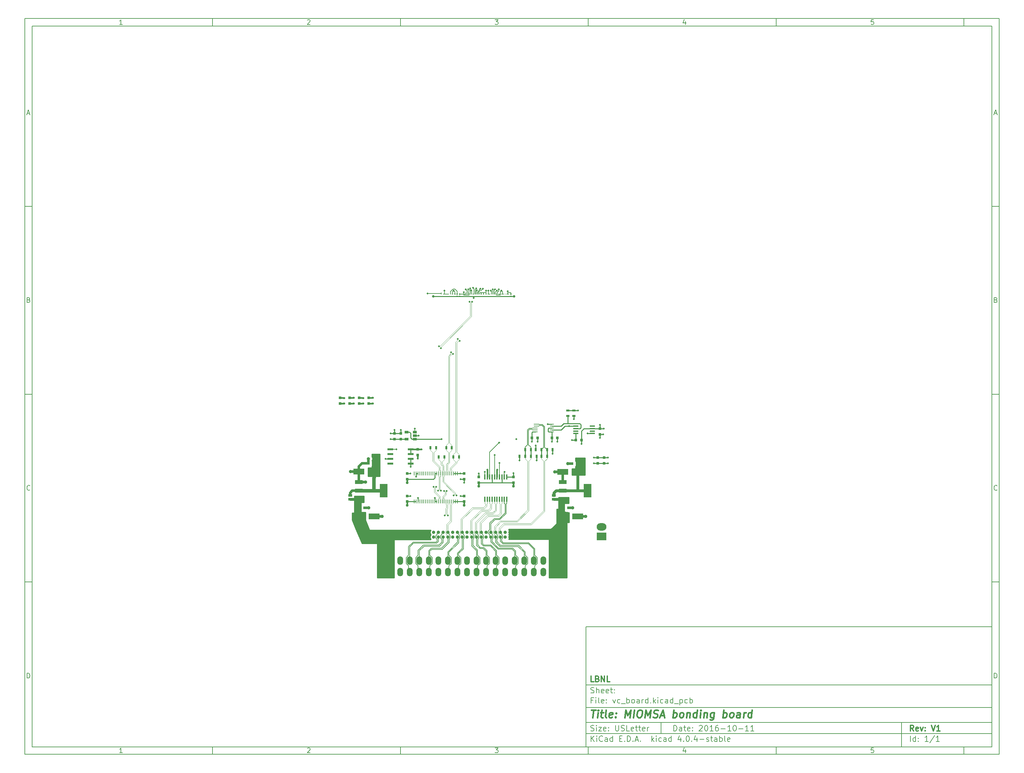
<source format=gbr>
G04 #@! TF.FileFunction,Copper,L1,Top,Signal*
%FSLAX46Y46*%
G04 Gerber Fmt 4.6, Leading zero omitted, Abs format (unit mm)*
G04 Created by KiCad (PCBNEW 4.0.4-stable) date 2016 October 17, Monday 14:47:50*
%MOMM*%
%LPD*%
G01*
G04 APERTURE LIST*
%ADD10C,0.100000*%
%ADD11C,0.150000*%
%ADD12C,0.300000*%
%ADD13C,0.400000*%
%ADD14C,0.900000*%
%ADD15R,1.060000X0.650000*%
%ADD16R,0.285000X1.000000*%
%ADD17R,2.999740X1.501140*%
%ADD18R,0.800000X0.750000*%
%ADD19R,0.750000X0.800000*%
%ADD20R,0.500000X0.900000*%
%ADD21R,0.900000X0.500000*%
%ADD22R,0.450000X1.450000*%
%ADD23R,1.100000X0.250000*%
%ADD24R,2.032000X3.657600*%
%ADD25R,2.032000X1.016000*%
%ADD26R,1.550000X0.600000*%
%ADD27R,1.450000X0.450000*%
%ADD28R,1.016000X0.762000*%
%ADD29R,0.350000X0.300000*%
%ADD30R,2.600000X2.000000*%
%ADD31O,2.600000X2.000000*%
%ADD32R,0.127000X0.508000*%
%ADD33R,1.524000X0.127000*%
%ADD34R,0.254000X0.127000*%
%ADD35R,0.381000X0.127000*%
%ADD36R,0.508000X0.127000*%
%ADD37R,1.092200X0.127000*%
%ADD38R,0.370840X0.127000*%
%ADD39R,0.375920X0.127000*%
%ADD40R,0.431800X0.127000*%
%ADD41R,0.457200X0.127000*%
%ADD42R,0.711200X0.127000*%
%ADD43R,0.762000X0.127000*%
%ADD44R,20.320000X0.254000*%
%ADD45R,1.524000X2.286000*%
%ADD46O,1.524000X2.286000*%
%ADD47C,0.508000*%
%ADD48C,0.635000*%
%ADD49C,0.600000*%
%ADD50C,0.889000*%
%ADD51C,0.762000*%
%ADD52C,0.254000*%
%ADD53C,0.127000*%
%ADD54C,0.250000*%
%ADD55C,0.381000*%
%ADD56C,0.635000*%
%ADD57C,0.125000*%
%ADD58C,0.762000*%
%ADD59C,0.508000*%
%ADD60C,0.889000*%
%ADD61C,0.152400*%
G04 APERTURE END LIST*
D10*
D11*
X159400000Y-171900000D02*
X159400000Y-203900000D01*
X267400000Y-203900000D01*
X267400000Y-171900000D01*
X159400000Y-171900000D01*
D10*
D11*
X10000000Y-10000000D02*
X10000000Y-205900000D01*
X269400000Y-205900000D01*
X269400000Y-10000000D01*
X10000000Y-10000000D01*
D10*
D11*
X12000000Y-12000000D02*
X12000000Y-203900000D01*
X267400000Y-203900000D01*
X267400000Y-12000000D01*
X12000000Y-12000000D01*
D10*
D11*
X60000000Y-12000000D02*
X60000000Y-10000000D01*
D10*
D11*
X110000000Y-12000000D02*
X110000000Y-10000000D01*
D10*
D11*
X160000000Y-12000000D02*
X160000000Y-10000000D01*
D10*
D11*
X210000000Y-12000000D02*
X210000000Y-10000000D01*
D10*
D11*
X260000000Y-12000000D02*
X260000000Y-10000000D01*
D10*
D11*
X35990476Y-11588095D02*
X35247619Y-11588095D01*
X35619048Y-11588095D02*
X35619048Y-10288095D01*
X35495238Y-10473810D01*
X35371429Y-10597619D01*
X35247619Y-10659524D01*
D10*
D11*
X85247619Y-10411905D02*
X85309524Y-10350000D01*
X85433333Y-10288095D01*
X85742857Y-10288095D01*
X85866667Y-10350000D01*
X85928571Y-10411905D01*
X85990476Y-10535714D01*
X85990476Y-10659524D01*
X85928571Y-10845238D01*
X85185714Y-11588095D01*
X85990476Y-11588095D01*
D10*
D11*
X135185714Y-10288095D02*
X135990476Y-10288095D01*
X135557143Y-10783333D01*
X135742857Y-10783333D01*
X135866667Y-10845238D01*
X135928571Y-10907143D01*
X135990476Y-11030952D01*
X135990476Y-11340476D01*
X135928571Y-11464286D01*
X135866667Y-11526190D01*
X135742857Y-11588095D01*
X135371429Y-11588095D01*
X135247619Y-11526190D01*
X135185714Y-11464286D01*
D10*
D11*
X185866667Y-10721429D02*
X185866667Y-11588095D01*
X185557143Y-10226190D02*
X185247619Y-11154762D01*
X186052381Y-11154762D01*
D10*
D11*
X235928571Y-10288095D02*
X235309524Y-10288095D01*
X235247619Y-10907143D01*
X235309524Y-10845238D01*
X235433333Y-10783333D01*
X235742857Y-10783333D01*
X235866667Y-10845238D01*
X235928571Y-10907143D01*
X235990476Y-11030952D01*
X235990476Y-11340476D01*
X235928571Y-11464286D01*
X235866667Y-11526190D01*
X235742857Y-11588095D01*
X235433333Y-11588095D01*
X235309524Y-11526190D01*
X235247619Y-11464286D01*
D10*
D11*
X60000000Y-203900000D02*
X60000000Y-205900000D01*
D10*
D11*
X110000000Y-203900000D02*
X110000000Y-205900000D01*
D10*
D11*
X160000000Y-203900000D02*
X160000000Y-205900000D01*
D10*
D11*
X210000000Y-203900000D02*
X210000000Y-205900000D01*
D10*
D11*
X260000000Y-203900000D02*
X260000000Y-205900000D01*
D10*
D11*
X35990476Y-205488095D02*
X35247619Y-205488095D01*
X35619048Y-205488095D02*
X35619048Y-204188095D01*
X35495238Y-204373810D01*
X35371429Y-204497619D01*
X35247619Y-204559524D01*
D10*
D11*
X85247619Y-204311905D02*
X85309524Y-204250000D01*
X85433333Y-204188095D01*
X85742857Y-204188095D01*
X85866667Y-204250000D01*
X85928571Y-204311905D01*
X85990476Y-204435714D01*
X85990476Y-204559524D01*
X85928571Y-204745238D01*
X85185714Y-205488095D01*
X85990476Y-205488095D01*
D10*
D11*
X135185714Y-204188095D02*
X135990476Y-204188095D01*
X135557143Y-204683333D01*
X135742857Y-204683333D01*
X135866667Y-204745238D01*
X135928571Y-204807143D01*
X135990476Y-204930952D01*
X135990476Y-205240476D01*
X135928571Y-205364286D01*
X135866667Y-205426190D01*
X135742857Y-205488095D01*
X135371429Y-205488095D01*
X135247619Y-205426190D01*
X135185714Y-205364286D01*
D10*
D11*
X185866667Y-204621429D02*
X185866667Y-205488095D01*
X185557143Y-204126190D02*
X185247619Y-205054762D01*
X186052381Y-205054762D01*
D10*
D11*
X235928571Y-204188095D02*
X235309524Y-204188095D01*
X235247619Y-204807143D01*
X235309524Y-204745238D01*
X235433333Y-204683333D01*
X235742857Y-204683333D01*
X235866667Y-204745238D01*
X235928571Y-204807143D01*
X235990476Y-204930952D01*
X235990476Y-205240476D01*
X235928571Y-205364286D01*
X235866667Y-205426190D01*
X235742857Y-205488095D01*
X235433333Y-205488095D01*
X235309524Y-205426190D01*
X235247619Y-205364286D01*
D10*
D11*
X10000000Y-60000000D02*
X12000000Y-60000000D01*
D10*
D11*
X10000000Y-110000000D02*
X12000000Y-110000000D01*
D10*
D11*
X10000000Y-160000000D02*
X12000000Y-160000000D01*
D10*
D11*
X10690476Y-35216667D02*
X11309524Y-35216667D01*
X10566667Y-35588095D02*
X11000000Y-34288095D01*
X11433333Y-35588095D01*
D10*
D11*
X11092857Y-84907143D02*
X11278571Y-84969048D01*
X11340476Y-85030952D01*
X11402381Y-85154762D01*
X11402381Y-85340476D01*
X11340476Y-85464286D01*
X11278571Y-85526190D01*
X11154762Y-85588095D01*
X10659524Y-85588095D01*
X10659524Y-84288095D01*
X11092857Y-84288095D01*
X11216667Y-84350000D01*
X11278571Y-84411905D01*
X11340476Y-84535714D01*
X11340476Y-84659524D01*
X11278571Y-84783333D01*
X11216667Y-84845238D01*
X11092857Y-84907143D01*
X10659524Y-84907143D01*
D10*
D11*
X11402381Y-135464286D02*
X11340476Y-135526190D01*
X11154762Y-135588095D01*
X11030952Y-135588095D01*
X10845238Y-135526190D01*
X10721429Y-135402381D01*
X10659524Y-135278571D01*
X10597619Y-135030952D01*
X10597619Y-134845238D01*
X10659524Y-134597619D01*
X10721429Y-134473810D01*
X10845238Y-134350000D01*
X11030952Y-134288095D01*
X11154762Y-134288095D01*
X11340476Y-134350000D01*
X11402381Y-134411905D01*
D10*
D11*
X10659524Y-185588095D02*
X10659524Y-184288095D01*
X10969048Y-184288095D01*
X11154762Y-184350000D01*
X11278571Y-184473810D01*
X11340476Y-184597619D01*
X11402381Y-184845238D01*
X11402381Y-185030952D01*
X11340476Y-185278571D01*
X11278571Y-185402381D01*
X11154762Y-185526190D01*
X10969048Y-185588095D01*
X10659524Y-185588095D01*
D10*
D11*
X269400000Y-60000000D02*
X267400000Y-60000000D01*
D10*
D11*
X269400000Y-110000000D02*
X267400000Y-110000000D01*
D10*
D11*
X269400000Y-160000000D02*
X267400000Y-160000000D01*
D10*
D11*
X268090476Y-35216667D02*
X268709524Y-35216667D01*
X267966667Y-35588095D02*
X268400000Y-34288095D01*
X268833333Y-35588095D01*
D10*
D11*
X268492857Y-84907143D02*
X268678571Y-84969048D01*
X268740476Y-85030952D01*
X268802381Y-85154762D01*
X268802381Y-85340476D01*
X268740476Y-85464286D01*
X268678571Y-85526190D01*
X268554762Y-85588095D01*
X268059524Y-85588095D01*
X268059524Y-84288095D01*
X268492857Y-84288095D01*
X268616667Y-84350000D01*
X268678571Y-84411905D01*
X268740476Y-84535714D01*
X268740476Y-84659524D01*
X268678571Y-84783333D01*
X268616667Y-84845238D01*
X268492857Y-84907143D01*
X268059524Y-84907143D01*
D10*
D11*
X268802381Y-135464286D02*
X268740476Y-135526190D01*
X268554762Y-135588095D01*
X268430952Y-135588095D01*
X268245238Y-135526190D01*
X268121429Y-135402381D01*
X268059524Y-135278571D01*
X267997619Y-135030952D01*
X267997619Y-134845238D01*
X268059524Y-134597619D01*
X268121429Y-134473810D01*
X268245238Y-134350000D01*
X268430952Y-134288095D01*
X268554762Y-134288095D01*
X268740476Y-134350000D01*
X268802381Y-134411905D01*
D10*
D11*
X268059524Y-185588095D02*
X268059524Y-184288095D01*
X268369048Y-184288095D01*
X268554762Y-184350000D01*
X268678571Y-184473810D01*
X268740476Y-184597619D01*
X268802381Y-184845238D01*
X268802381Y-185030952D01*
X268740476Y-185278571D01*
X268678571Y-185402381D01*
X268554762Y-185526190D01*
X268369048Y-185588095D01*
X268059524Y-185588095D01*
D10*
D11*
X182757143Y-199678571D02*
X182757143Y-198178571D01*
X183114286Y-198178571D01*
X183328571Y-198250000D01*
X183471429Y-198392857D01*
X183542857Y-198535714D01*
X183614286Y-198821429D01*
X183614286Y-199035714D01*
X183542857Y-199321429D01*
X183471429Y-199464286D01*
X183328571Y-199607143D01*
X183114286Y-199678571D01*
X182757143Y-199678571D01*
X184900000Y-199678571D02*
X184900000Y-198892857D01*
X184828571Y-198750000D01*
X184685714Y-198678571D01*
X184400000Y-198678571D01*
X184257143Y-198750000D01*
X184900000Y-199607143D02*
X184757143Y-199678571D01*
X184400000Y-199678571D01*
X184257143Y-199607143D01*
X184185714Y-199464286D01*
X184185714Y-199321429D01*
X184257143Y-199178571D01*
X184400000Y-199107143D01*
X184757143Y-199107143D01*
X184900000Y-199035714D01*
X185400000Y-198678571D02*
X185971429Y-198678571D01*
X185614286Y-198178571D02*
X185614286Y-199464286D01*
X185685714Y-199607143D01*
X185828572Y-199678571D01*
X185971429Y-199678571D01*
X187042857Y-199607143D02*
X186900000Y-199678571D01*
X186614286Y-199678571D01*
X186471429Y-199607143D01*
X186400000Y-199464286D01*
X186400000Y-198892857D01*
X186471429Y-198750000D01*
X186614286Y-198678571D01*
X186900000Y-198678571D01*
X187042857Y-198750000D01*
X187114286Y-198892857D01*
X187114286Y-199035714D01*
X186400000Y-199178571D01*
X187757143Y-199535714D02*
X187828571Y-199607143D01*
X187757143Y-199678571D01*
X187685714Y-199607143D01*
X187757143Y-199535714D01*
X187757143Y-199678571D01*
X187757143Y-198750000D02*
X187828571Y-198821429D01*
X187757143Y-198892857D01*
X187685714Y-198821429D01*
X187757143Y-198750000D01*
X187757143Y-198892857D01*
X189542857Y-198321429D02*
X189614286Y-198250000D01*
X189757143Y-198178571D01*
X190114286Y-198178571D01*
X190257143Y-198250000D01*
X190328572Y-198321429D01*
X190400000Y-198464286D01*
X190400000Y-198607143D01*
X190328572Y-198821429D01*
X189471429Y-199678571D01*
X190400000Y-199678571D01*
X191328571Y-198178571D02*
X191471428Y-198178571D01*
X191614285Y-198250000D01*
X191685714Y-198321429D01*
X191757143Y-198464286D01*
X191828571Y-198750000D01*
X191828571Y-199107143D01*
X191757143Y-199392857D01*
X191685714Y-199535714D01*
X191614285Y-199607143D01*
X191471428Y-199678571D01*
X191328571Y-199678571D01*
X191185714Y-199607143D01*
X191114285Y-199535714D01*
X191042857Y-199392857D01*
X190971428Y-199107143D01*
X190971428Y-198750000D01*
X191042857Y-198464286D01*
X191114285Y-198321429D01*
X191185714Y-198250000D01*
X191328571Y-198178571D01*
X193257142Y-199678571D02*
X192399999Y-199678571D01*
X192828571Y-199678571D02*
X192828571Y-198178571D01*
X192685714Y-198392857D01*
X192542856Y-198535714D01*
X192399999Y-198607143D01*
X194542856Y-198178571D02*
X194257142Y-198178571D01*
X194114285Y-198250000D01*
X194042856Y-198321429D01*
X193899999Y-198535714D01*
X193828570Y-198821429D01*
X193828570Y-199392857D01*
X193899999Y-199535714D01*
X193971427Y-199607143D01*
X194114285Y-199678571D01*
X194399999Y-199678571D01*
X194542856Y-199607143D01*
X194614285Y-199535714D01*
X194685713Y-199392857D01*
X194685713Y-199035714D01*
X194614285Y-198892857D01*
X194542856Y-198821429D01*
X194399999Y-198750000D01*
X194114285Y-198750000D01*
X193971427Y-198821429D01*
X193899999Y-198892857D01*
X193828570Y-199035714D01*
X195328570Y-199107143D02*
X196471427Y-199107143D01*
X197971427Y-199678571D02*
X197114284Y-199678571D01*
X197542856Y-199678571D02*
X197542856Y-198178571D01*
X197399999Y-198392857D01*
X197257141Y-198535714D01*
X197114284Y-198607143D01*
X198899998Y-198178571D02*
X199042855Y-198178571D01*
X199185712Y-198250000D01*
X199257141Y-198321429D01*
X199328570Y-198464286D01*
X199399998Y-198750000D01*
X199399998Y-199107143D01*
X199328570Y-199392857D01*
X199257141Y-199535714D01*
X199185712Y-199607143D01*
X199042855Y-199678571D01*
X198899998Y-199678571D01*
X198757141Y-199607143D01*
X198685712Y-199535714D01*
X198614284Y-199392857D01*
X198542855Y-199107143D01*
X198542855Y-198750000D01*
X198614284Y-198464286D01*
X198685712Y-198321429D01*
X198757141Y-198250000D01*
X198899998Y-198178571D01*
X200042855Y-199107143D02*
X201185712Y-199107143D01*
X202685712Y-199678571D02*
X201828569Y-199678571D01*
X202257141Y-199678571D02*
X202257141Y-198178571D01*
X202114284Y-198392857D01*
X201971426Y-198535714D01*
X201828569Y-198607143D01*
X204114283Y-199678571D02*
X203257140Y-199678571D01*
X203685712Y-199678571D02*
X203685712Y-198178571D01*
X203542855Y-198392857D01*
X203399997Y-198535714D01*
X203257140Y-198607143D01*
D10*
D11*
X159400000Y-200400000D02*
X267400000Y-200400000D01*
D10*
D11*
X160757143Y-202478571D02*
X160757143Y-200978571D01*
X161614286Y-202478571D02*
X160971429Y-201621429D01*
X161614286Y-200978571D02*
X160757143Y-201835714D01*
X162257143Y-202478571D02*
X162257143Y-201478571D01*
X162257143Y-200978571D02*
X162185714Y-201050000D01*
X162257143Y-201121429D01*
X162328571Y-201050000D01*
X162257143Y-200978571D01*
X162257143Y-201121429D01*
X163828572Y-202335714D02*
X163757143Y-202407143D01*
X163542857Y-202478571D01*
X163400000Y-202478571D01*
X163185715Y-202407143D01*
X163042857Y-202264286D01*
X162971429Y-202121429D01*
X162900000Y-201835714D01*
X162900000Y-201621429D01*
X162971429Y-201335714D01*
X163042857Y-201192857D01*
X163185715Y-201050000D01*
X163400000Y-200978571D01*
X163542857Y-200978571D01*
X163757143Y-201050000D01*
X163828572Y-201121429D01*
X165114286Y-202478571D02*
X165114286Y-201692857D01*
X165042857Y-201550000D01*
X164900000Y-201478571D01*
X164614286Y-201478571D01*
X164471429Y-201550000D01*
X165114286Y-202407143D02*
X164971429Y-202478571D01*
X164614286Y-202478571D01*
X164471429Y-202407143D01*
X164400000Y-202264286D01*
X164400000Y-202121429D01*
X164471429Y-201978571D01*
X164614286Y-201907143D01*
X164971429Y-201907143D01*
X165114286Y-201835714D01*
X166471429Y-202478571D02*
X166471429Y-200978571D01*
X166471429Y-202407143D02*
X166328572Y-202478571D01*
X166042858Y-202478571D01*
X165900000Y-202407143D01*
X165828572Y-202335714D01*
X165757143Y-202192857D01*
X165757143Y-201764286D01*
X165828572Y-201621429D01*
X165900000Y-201550000D01*
X166042858Y-201478571D01*
X166328572Y-201478571D01*
X166471429Y-201550000D01*
X168328572Y-201692857D02*
X168828572Y-201692857D01*
X169042858Y-202478571D02*
X168328572Y-202478571D01*
X168328572Y-200978571D01*
X169042858Y-200978571D01*
X169685715Y-202335714D02*
X169757143Y-202407143D01*
X169685715Y-202478571D01*
X169614286Y-202407143D01*
X169685715Y-202335714D01*
X169685715Y-202478571D01*
X170400001Y-202478571D02*
X170400001Y-200978571D01*
X170757144Y-200978571D01*
X170971429Y-201050000D01*
X171114287Y-201192857D01*
X171185715Y-201335714D01*
X171257144Y-201621429D01*
X171257144Y-201835714D01*
X171185715Y-202121429D01*
X171114287Y-202264286D01*
X170971429Y-202407143D01*
X170757144Y-202478571D01*
X170400001Y-202478571D01*
X171900001Y-202335714D02*
X171971429Y-202407143D01*
X171900001Y-202478571D01*
X171828572Y-202407143D01*
X171900001Y-202335714D01*
X171900001Y-202478571D01*
X172542858Y-202050000D02*
X173257144Y-202050000D01*
X172400001Y-202478571D02*
X172900001Y-200978571D01*
X173400001Y-202478571D01*
X173900001Y-202335714D02*
X173971429Y-202407143D01*
X173900001Y-202478571D01*
X173828572Y-202407143D01*
X173900001Y-202335714D01*
X173900001Y-202478571D01*
X176900001Y-202478571D02*
X176900001Y-200978571D01*
X177042858Y-201907143D02*
X177471429Y-202478571D01*
X177471429Y-201478571D02*
X176900001Y-202050000D01*
X178114287Y-202478571D02*
X178114287Y-201478571D01*
X178114287Y-200978571D02*
X178042858Y-201050000D01*
X178114287Y-201121429D01*
X178185715Y-201050000D01*
X178114287Y-200978571D01*
X178114287Y-201121429D01*
X179471430Y-202407143D02*
X179328573Y-202478571D01*
X179042859Y-202478571D01*
X178900001Y-202407143D01*
X178828573Y-202335714D01*
X178757144Y-202192857D01*
X178757144Y-201764286D01*
X178828573Y-201621429D01*
X178900001Y-201550000D01*
X179042859Y-201478571D01*
X179328573Y-201478571D01*
X179471430Y-201550000D01*
X180757144Y-202478571D02*
X180757144Y-201692857D01*
X180685715Y-201550000D01*
X180542858Y-201478571D01*
X180257144Y-201478571D01*
X180114287Y-201550000D01*
X180757144Y-202407143D02*
X180614287Y-202478571D01*
X180257144Y-202478571D01*
X180114287Y-202407143D01*
X180042858Y-202264286D01*
X180042858Y-202121429D01*
X180114287Y-201978571D01*
X180257144Y-201907143D01*
X180614287Y-201907143D01*
X180757144Y-201835714D01*
X182114287Y-202478571D02*
X182114287Y-200978571D01*
X182114287Y-202407143D02*
X181971430Y-202478571D01*
X181685716Y-202478571D01*
X181542858Y-202407143D01*
X181471430Y-202335714D01*
X181400001Y-202192857D01*
X181400001Y-201764286D01*
X181471430Y-201621429D01*
X181542858Y-201550000D01*
X181685716Y-201478571D01*
X181971430Y-201478571D01*
X182114287Y-201550000D01*
X184614287Y-201478571D02*
X184614287Y-202478571D01*
X184257144Y-200907143D02*
X183900001Y-201978571D01*
X184828573Y-201978571D01*
X185400001Y-202335714D02*
X185471429Y-202407143D01*
X185400001Y-202478571D01*
X185328572Y-202407143D01*
X185400001Y-202335714D01*
X185400001Y-202478571D01*
X186400001Y-200978571D02*
X186542858Y-200978571D01*
X186685715Y-201050000D01*
X186757144Y-201121429D01*
X186828573Y-201264286D01*
X186900001Y-201550000D01*
X186900001Y-201907143D01*
X186828573Y-202192857D01*
X186757144Y-202335714D01*
X186685715Y-202407143D01*
X186542858Y-202478571D01*
X186400001Y-202478571D01*
X186257144Y-202407143D01*
X186185715Y-202335714D01*
X186114287Y-202192857D01*
X186042858Y-201907143D01*
X186042858Y-201550000D01*
X186114287Y-201264286D01*
X186185715Y-201121429D01*
X186257144Y-201050000D01*
X186400001Y-200978571D01*
X187542858Y-202335714D02*
X187614286Y-202407143D01*
X187542858Y-202478571D01*
X187471429Y-202407143D01*
X187542858Y-202335714D01*
X187542858Y-202478571D01*
X188900001Y-201478571D02*
X188900001Y-202478571D01*
X188542858Y-200907143D02*
X188185715Y-201978571D01*
X189114287Y-201978571D01*
X189685715Y-201907143D02*
X190828572Y-201907143D01*
X191471429Y-202407143D02*
X191614286Y-202478571D01*
X191900001Y-202478571D01*
X192042858Y-202407143D01*
X192114286Y-202264286D01*
X192114286Y-202192857D01*
X192042858Y-202050000D01*
X191900001Y-201978571D01*
X191685715Y-201978571D01*
X191542858Y-201907143D01*
X191471429Y-201764286D01*
X191471429Y-201692857D01*
X191542858Y-201550000D01*
X191685715Y-201478571D01*
X191900001Y-201478571D01*
X192042858Y-201550000D01*
X192542858Y-201478571D02*
X193114287Y-201478571D01*
X192757144Y-200978571D02*
X192757144Y-202264286D01*
X192828572Y-202407143D01*
X192971430Y-202478571D01*
X193114287Y-202478571D01*
X194257144Y-202478571D02*
X194257144Y-201692857D01*
X194185715Y-201550000D01*
X194042858Y-201478571D01*
X193757144Y-201478571D01*
X193614287Y-201550000D01*
X194257144Y-202407143D02*
X194114287Y-202478571D01*
X193757144Y-202478571D01*
X193614287Y-202407143D01*
X193542858Y-202264286D01*
X193542858Y-202121429D01*
X193614287Y-201978571D01*
X193757144Y-201907143D01*
X194114287Y-201907143D01*
X194257144Y-201835714D01*
X194971430Y-202478571D02*
X194971430Y-200978571D01*
X194971430Y-201550000D02*
X195114287Y-201478571D01*
X195400001Y-201478571D01*
X195542858Y-201550000D01*
X195614287Y-201621429D01*
X195685716Y-201764286D01*
X195685716Y-202192857D01*
X195614287Y-202335714D01*
X195542858Y-202407143D01*
X195400001Y-202478571D01*
X195114287Y-202478571D01*
X194971430Y-202407143D01*
X196542859Y-202478571D02*
X196400001Y-202407143D01*
X196328573Y-202264286D01*
X196328573Y-200978571D01*
X197685715Y-202407143D02*
X197542858Y-202478571D01*
X197257144Y-202478571D01*
X197114287Y-202407143D01*
X197042858Y-202264286D01*
X197042858Y-201692857D01*
X197114287Y-201550000D01*
X197257144Y-201478571D01*
X197542858Y-201478571D01*
X197685715Y-201550000D01*
X197757144Y-201692857D01*
X197757144Y-201835714D01*
X197042858Y-201978571D01*
D10*
D11*
X159400000Y-197400000D02*
X267400000Y-197400000D01*
D10*
D12*
X246614286Y-199678571D02*
X246114286Y-198964286D01*
X245757143Y-199678571D02*
X245757143Y-198178571D01*
X246328571Y-198178571D01*
X246471429Y-198250000D01*
X246542857Y-198321429D01*
X246614286Y-198464286D01*
X246614286Y-198678571D01*
X246542857Y-198821429D01*
X246471429Y-198892857D01*
X246328571Y-198964286D01*
X245757143Y-198964286D01*
X247828571Y-199607143D02*
X247685714Y-199678571D01*
X247400000Y-199678571D01*
X247257143Y-199607143D01*
X247185714Y-199464286D01*
X247185714Y-198892857D01*
X247257143Y-198750000D01*
X247400000Y-198678571D01*
X247685714Y-198678571D01*
X247828571Y-198750000D01*
X247900000Y-198892857D01*
X247900000Y-199035714D01*
X247185714Y-199178571D01*
X248400000Y-198678571D02*
X248757143Y-199678571D01*
X249114285Y-198678571D01*
X249685714Y-199535714D02*
X249757142Y-199607143D01*
X249685714Y-199678571D01*
X249614285Y-199607143D01*
X249685714Y-199535714D01*
X249685714Y-199678571D01*
X249685714Y-198750000D02*
X249757142Y-198821429D01*
X249685714Y-198892857D01*
X249614285Y-198821429D01*
X249685714Y-198750000D01*
X249685714Y-198892857D01*
X251328571Y-198178571D02*
X251828571Y-199678571D01*
X252328571Y-198178571D01*
X253614285Y-199678571D02*
X252757142Y-199678571D01*
X253185714Y-199678571D02*
X253185714Y-198178571D01*
X253042857Y-198392857D01*
X252899999Y-198535714D01*
X252757142Y-198607143D01*
D10*
D11*
X160685714Y-199607143D02*
X160900000Y-199678571D01*
X161257143Y-199678571D01*
X161400000Y-199607143D01*
X161471429Y-199535714D01*
X161542857Y-199392857D01*
X161542857Y-199250000D01*
X161471429Y-199107143D01*
X161400000Y-199035714D01*
X161257143Y-198964286D01*
X160971429Y-198892857D01*
X160828571Y-198821429D01*
X160757143Y-198750000D01*
X160685714Y-198607143D01*
X160685714Y-198464286D01*
X160757143Y-198321429D01*
X160828571Y-198250000D01*
X160971429Y-198178571D01*
X161328571Y-198178571D01*
X161542857Y-198250000D01*
X162185714Y-199678571D02*
X162185714Y-198678571D01*
X162185714Y-198178571D02*
X162114285Y-198250000D01*
X162185714Y-198321429D01*
X162257142Y-198250000D01*
X162185714Y-198178571D01*
X162185714Y-198321429D01*
X162757143Y-198678571D02*
X163542857Y-198678571D01*
X162757143Y-199678571D01*
X163542857Y-199678571D01*
X164685714Y-199607143D02*
X164542857Y-199678571D01*
X164257143Y-199678571D01*
X164114286Y-199607143D01*
X164042857Y-199464286D01*
X164042857Y-198892857D01*
X164114286Y-198750000D01*
X164257143Y-198678571D01*
X164542857Y-198678571D01*
X164685714Y-198750000D01*
X164757143Y-198892857D01*
X164757143Y-199035714D01*
X164042857Y-199178571D01*
X165400000Y-199535714D02*
X165471428Y-199607143D01*
X165400000Y-199678571D01*
X165328571Y-199607143D01*
X165400000Y-199535714D01*
X165400000Y-199678571D01*
X165400000Y-198750000D02*
X165471428Y-198821429D01*
X165400000Y-198892857D01*
X165328571Y-198821429D01*
X165400000Y-198750000D01*
X165400000Y-198892857D01*
X167257143Y-198178571D02*
X167257143Y-199392857D01*
X167328571Y-199535714D01*
X167400000Y-199607143D01*
X167542857Y-199678571D01*
X167828571Y-199678571D01*
X167971429Y-199607143D01*
X168042857Y-199535714D01*
X168114286Y-199392857D01*
X168114286Y-198178571D01*
X168757143Y-199607143D02*
X168971429Y-199678571D01*
X169328572Y-199678571D01*
X169471429Y-199607143D01*
X169542858Y-199535714D01*
X169614286Y-199392857D01*
X169614286Y-199250000D01*
X169542858Y-199107143D01*
X169471429Y-199035714D01*
X169328572Y-198964286D01*
X169042858Y-198892857D01*
X168900000Y-198821429D01*
X168828572Y-198750000D01*
X168757143Y-198607143D01*
X168757143Y-198464286D01*
X168828572Y-198321429D01*
X168900000Y-198250000D01*
X169042858Y-198178571D01*
X169400000Y-198178571D01*
X169614286Y-198250000D01*
X170971429Y-199678571D02*
X170257143Y-199678571D01*
X170257143Y-198178571D01*
X172042857Y-199607143D02*
X171900000Y-199678571D01*
X171614286Y-199678571D01*
X171471429Y-199607143D01*
X171400000Y-199464286D01*
X171400000Y-198892857D01*
X171471429Y-198750000D01*
X171614286Y-198678571D01*
X171900000Y-198678571D01*
X172042857Y-198750000D01*
X172114286Y-198892857D01*
X172114286Y-199035714D01*
X171400000Y-199178571D01*
X172542857Y-198678571D02*
X173114286Y-198678571D01*
X172757143Y-198178571D02*
X172757143Y-199464286D01*
X172828571Y-199607143D01*
X172971429Y-199678571D01*
X173114286Y-199678571D01*
X173400000Y-198678571D02*
X173971429Y-198678571D01*
X173614286Y-198178571D02*
X173614286Y-199464286D01*
X173685714Y-199607143D01*
X173828572Y-199678571D01*
X173971429Y-199678571D01*
X175042857Y-199607143D02*
X174900000Y-199678571D01*
X174614286Y-199678571D01*
X174471429Y-199607143D01*
X174400000Y-199464286D01*
X174400000Y-198892857D01*
X174471429Y-198750000D01*
X174614286Y-198678571D01*
X174900000Y-198678571D01*
X175042857Y-198750000D01*
X175114286Y-198892857D01*
X175114286Y-199035714D01*
X174400000Y-199178571D01*
X175757143Y-199678571D02*
X175757143Y-198678571D01*
X175757143Y-198964286D02*
X175828571Y-198821429D01*
X175900000Y-198750000D01*
X176042857Y-198678571D01*
X176185714Y-198678571D01*
D10*
D11*
X245757143Y-202478571D02*
X245757143Y-200978571D01*
X247114286Y-202478571D02*
X247114286Y-200978571D01*
X247114286Y-202407143D02*
X246971429Y-202478571D01*
X246685715Y-202478571D01*
X246542857Y-202407143D01*
X246471429Y-202335714D01*
X246400000Y-202192857D01*
X246400000Y-201764286D01*
X246471429Y-201621429D01*
X246542857Y-201550000D01*
X246685715Y-201478571D01*
X246971429Y-201478571D01*
X247114286Y-201550000D01*
X247828572Y-202335714D02*
X247900000Y-202407143D01*
X247828572Y-202478571D01*
X247757143Y-202407143D01*
X247828572Y-202335714D01*
X247828572Y-202478571D01*
X247828572Y-201550000D02*
X247900000Y-201621429D01*
X247828572Y-201692857D01*
X247757143Y-201621429D01*
X247828572Y-201550000D01*
X247828572Y-201692857D01*
X250471429Y-202478571D02*
X249614286Y-202478571D01*
X250042858Y-202478571D02*
X250042858Y-200978571D01*
X249900001Y-201192857D01*
X249757143Y-201335714D01*
X249614286Y-201407143D01*
X252185714Y-200907143D02*
X250900000Y-202835714D01*
X253471429Y-202478571D02*
X252614286Y-202478571D01*
X253042858Y-202478571D02*
X253042858Y-200978571D01*
X252900001Y-201192857D01*
X252757143Y-201335714D01*
X252614286Y-201407143D01*
D10*
D11*
X159400000Y-193400000D02*
X267400000Y-193400000D01*
D10*
D13*
X160852381Y-194104762D02*
X161995238Y-194104762D01*
X161173810Y-196104762D02*
X161423810Y-194104762D01*
X162411905Y-196104762D02*
X162578571Y-194771429D01*
X162661905Y-194104762D02*
X162554762Y-194200000D01*
X162638095Y-194295238D01*
X162745239Y-194200000D01*
X162661905Y-194104762D01*
X162638095Y-194295238D01*
X163245238Y-194771429D02*
X164007143Y-194771429D01*
X163614286Y-194104762D02*
X163400000Y-195819048D01*
X163471430Y-196009524D01*
X163650001Y-196104762D01*
X163840477Y-196104762D01*
X164792858Y-196104762D02*
X164614287Y-196009524D01*
X164542857Y-195819048D01*
X164757143Y-194104762D01*
X166328572Y-196009524D02*
X166126191Y-196104762D01*
X165745239Y-196104762D01*
X165566667Y-196009524D01*
X165495238Y-195819048D01*
X165590476Y-195057143D01*
X165709524Y-194866667D01*
X165911905Y-194771429D01*
X166292857Y-194771429D01*
X166471429Y-194866667D01*
X166542857Y-195057143D01*
X166519048Y-195247619D01*
X165542857Y-195438095D01*
X167292857Y-195914286D02*
X167376192Y-196009524D01*
X167269048Y-196104762D01*
X167185715Y-196009524D01*
X167292857Y-195914286D01*
X167269048Y-196104762D01*
X167423810Y-194866667D02*
X167507144Y-194961905D01*
X167400000Y-195057143D01*
X167316667Y-194961905D01*
X167423810Y-194866667D01*
X167400000Y-195057143D01*
X169745239Y-196104762D02*
X169995239Y-194104762D01*
X170483334Y-195533333D01*
X171328573Y-194104762D01*
X171078573Y-196104762D01*
X172030953Y-196104762D02*
X172280953Y-194104762D01*
X173614287Y-194104762D02*
X173995239Y-194104762D01*
X174173810Y-194200000D01*
X174340478Y-194390476D01*
X174388096Y-194771429D01*
X174304763Y-195438095D01*
X174161906Y-195819048D01*
X173947620Y-196009524D01*
X173745239Y-196104762D01*
X173364287Y-196104762D01*
X173185716Y-196009524D01*
X173019048Y-195819048D01*
X172971429Y-195438095D01*
X173054762Y-194771429D01*
X173197620Y-194390476D01*
X173411906Y-194200000D01*
X173614287Y-194104762D01*
X175078572Y-196104762D02*
X175328572Y-194104762D01*
X175816667Y-195533333D01*
X176661906Y-194104762D01*
X176411906Y-196104762D01*
X177280953Y-196009524D02*
X177554763Y-196104762D01*
X178030953Y-196104762D01*
X178233334Y-196009524D01*
X178340476Y-195914286D01*
X178459525Y-195723810D01*
X178483334Y-195533333D01*
X178411905Y-195342857D01*
X178328572Y-195247619D01*
X178150000Y-195152381D01*
X177780953Y-195057143D01*
X177602382Y-194961905D01*
X177519048Y-194866667D01*
X177447619Y-194676190D01*
X177471429Y-194485714D01*
X177590476Y-194295238D01*
X177697620Y-194200000D01*
X177900001Y-194104762D01*
X178376191Y-194104762D01*
X178650001Y-194200000D01*
X179245238Y-195533333D02*
X180197619Y-195533333D01*
X178983334Y-196104762D02*
X179900001Y-194104762D01*
X180316668Y-196104762D01*
X182507144Y-196104762D02*
X182757144Y-194104762D01*
X182661906Y-194866667D02*
X182864287Y-194771429D01*
X183245239Y-194771429D01*
X183423811Y-194866667D01*
X183507144Y-194961905D01*
X183578572Y-195152381D01*
X183507144Y-195723810D01*
X183388096Y-195914286D01*
X183280954Y-196009524D01*
X183078573Y-196104762D01*
X182697621Y-196104762D01*
X182519049Y-196009524D01*
X184602383Y-196104762D02*
X184423812Y-196009524D01*
X184340477Y-195914286D01*
X184269049Y-195723810D01*
X184340477Y-195152381D01*
X184459525Y-194961905D01*
X184566669Y-194866667D01*
X184769049Y-194771429D01*
X185054763Y-194771429D01*
X185233335Y-194866667D01*
X185316668Y-194961905D01*
X185388096Y-195152381D01*
X185316668Y-195723810D01*
X185197620Y-195914286D01*
X185090478Y-196009524D01*
X184888097Y-196104762D01*
X184602383Y-196104762D01*
X186292858Y-194771429D02*
X186126192Y-196104762D01*
X186269049Y-194961905D02*
X186376193Y-194866667D01*
X186578573Y-194771429D01*
X186864287Y-194771429D01*
X187042859Y-194866667D01*
X187114287Y-195057143D01*
X186983335Y-196104762D01*
X188792859Y-196104762D02*
X189042859Y-194104762D01*
X188804764Y-196009524D02*
X188602383Y-196104762D01*
X188221431Y-196104762D01*
X188042860Y-196009524D01*
X187959525Y-195914286D01*
X187888097Y-195723810D01*
X187959525Y-195152381D01*
X188078573Y-194961905D01*
X188185717Y-194866667D01*
X188388097Y-194771429D01*
X188769049Y-194771429D01*
X188947621Y-194866667D01*
X189745240Y-196104762D02*
X189911906Y-194771429D01*
X189995240Y-194104762D02*
X189888097Y-194200000D01*
X189971430Y-194295238D01*
X190078574Y-194200000D01*
X189995240Y-194104762D01*
X189971430Y-194295238D01*
X190864287Y-194771429D02*
X190697621Y-196104762D01*
X190840478Y-194961905D02*
X190947622Y-194866667D01*
X191150002Y-194771429D01*
X191435716Y-194771429D01*
X191614288Y-194866667D01*
X191685716Y-195057143D01*
X191554764Y-196104762D01*
X193530954Y-194771429D02*
X193328573Y-196390476D01*
X193209526Y-196580952D01*
X193102383Y-196676190D01*
X192900002Y-196771429D01*
X192614288Y-196771429D01*
X192435716Y-196676190D01*
X193376193Y-196009524D02*
X193173812Y-196104762D01*
X192792860Y-196104762D01*
X192614289Y-196009524D01*
X192530954Y-195914286D01*
X192459526Y-195723810D01*
X192530954Y-195152381D01*
X192650002Y-194961905D01*
X192757146Y-194866667D01*
X192959526Y-194771429D01*
X193340478Y-194771429D01*
X193519050Y-194866667D01*
X195840479Y-196104762D02*
X196090479Y-194104762D01*
X195995241Y-194866667D02*
X196197622Y-194771429D01*
X196578574Y-194771429D01*
X196757146Y-194866667D01*
X196840479Y-194961905D01*
X196911907Y-195152381D01*
X196840479Y-195723810D01*
X196721431Y-195914286D01*
X196614289Y-196009524D01*
X196411908Y-196104762D01*
X196030956Y-196104762D01*
X195852384Y-196009524D01*
X197935718Y-196104762D02*
X197757147Y-196009524D01*
X197673812Y-195914286D01*
X197602384Y-195723810D01*
X197673812Y-195152381D01*
X197792860Y-194961905D01*
X197900004Y-194866667D01*
X198102384Y-194771429D01*
X198388098Y-194771429D01*
X198566670Y-194866667D01*
X198650003Y-194961905D01*
X198721431Y-195152381D01*
X198650003Y-195723810D01*
X198530955Y-195914286D01*
X198423813Y-196009524D01*
X198221432Y-196104762D01*
X197935718Y-196104762D01*
X200316670Y-196104762D02*
X200447622Y-195057143D01*
X200376194Y-194866667D01*
X200197622Y-194771429D01*
X199816670Y-194771429D01*
X199614289Y-194866667D01*
X200328575Y-196009524D02*
X200126194Y-196104762D01*
X199650004Y-196104762D01*
X199471432Y-196009524D01*
X199400003Y-195819048D01*
X199423813Y-195628571D01*
X199542860Y-195438095D01*
X199745242Y-195342857D01*
X200221432Y-195342857D01*
X200423813Y-195247619D01*
X201269051Y-196104762D02*
X201435717Y-194771429D01*
X201388098Y-195152381D02*
X201507147Y-194961905D01*
X201614290Y-194866667D01*
X201816670Y-194771429D01*
X202007146Y-194771429D01*
X203364289Y-196104762D02*
X203614289Y-194104762D01*
X203376194Y-196009524D02*
X203173813Y-196104762D01*
X202792861Y-196104762D01*
X202614290Y-196009524D01*
X202530955Y-195914286D01*
X202459527Y-195723810D01*
X202530955Y-195152381D01*
X202650003Y-194961905D01*
X202757147Y-194866667D01*
X202959527Y-194771429D01*
X203340479Y-194771429D01*
X203519051Y-194866667D01*
D10*
D11*
X161257143Y-191492857D02*
X160757143Y-191492857D01*
X160757143Y-192278571D02*
X160757143Y-190778571D01*
X161471429Y-190778571D01*
X162042857Y-192278571D02*
X162042857Y-191278571D01*
X162042857Y-190778571D02*
X161971428Y-190850000D01*
X162042857Y-190921429D01*
X162114285Y-190850000D01*
X162042857Y-190778571D01*
X162042857Y-190921429D01*
X162971429Y-192278571D02*
X162828571Y-192207143D01*
X162757143Y-192064286D01*
X162757143Y-190778571D01*
X164114285Y-192207143D02*
X163971428Y-192278571D01*
X163685714Y-192278571D01*
X163542857Y-192207143D01*
X163471428Y-192064286D01*
X163471428Y-191492857D01*
X163542857Y-191350000D01*
X163685714Y-191278571D01*
X163971428Y-191278571D01*
X164114285Y-191350000D01*
X164185714Y-191492857D01*
X164185714Y-191635714D01*
X163471428Y-191778571D01*
X164828571Y-192135714D02*
X164899999Y-192207143D01*
X164828571Y-192278571D01*
X164757142Y-192207143D01*
X164828571Y-192135714D01*
X164828571Y-192278571D01*
X164828571Y-191350000D02*
X164899999Y-191421429D01*
X164828571Y-191492857D01*
X164757142Y-191421429D01*
X164828571Y-191350000D01*
X164828571Y-191492857D01*
X166542857Y-191278571D02*
X166900000Y-192278571D01*
X167257142Y-191278571D01*
X168471428Y-192207143D02*
X168328571Y-192278571D01*
X168042857Y-192278571D01*
X167899999Y-192207143D01*
X167828571Y-192135714D01*
X167757142Y-191992857D01*
X167757142Y-191564286D01*
X167828571Y-191421429D01*
X167899999Y-191350000D01*
X168042857Y-191278571D01*
X168328571Y-191278571D01*
X168471428Y-191350000D01*
X168757142Y-192421429D02*
X169899999Y-192421429D01*
X170257142Y-192278571D02*
X170257142Y-190778571D01*
X170257142Y-191350000D02*
X170399999Y-191278571D01*
X170685713Y-191278571D01*
X170828570Y-191350000D01*
X170899999Y-191421429D01*
X170971428Y-191564286D01*
X170971428Y-191992857D01*
X170899999Y-192135714D01*
X170828570Y-192207143D01*
X170685713Y-192278571D01*
X170399999Y-192278571D01*
X170257142Y-192207143D01*
X171828571Y-192278571D02*
X171685713Y-192207143D01*
X171614285Y-192135714D01*
X171542856Y-191992857D01*
X171542856Y-191564286D01*
X171614285Y-191421429D01*
X171685713Y-191350000D01*
X171828571Y-191278571D01*
X172042856Y-191278571D01*
X172185713Y-191350000D01*
X172257142Y-191421429D01*
X172328571Y-191564286D01*
X172328571Y-191992857D01*
X172257142Y-192135714D01*
X172185713Y-192207143D01*
X172042856Y-192278571D01*
X171828571Y-192278571D01*
X173614285Y-192278571D02*
X173614285Y-191492857D01*
X173542856Y-191350000D01*
X173399999Y-191278571D01*
X173114285Y-191278571D01*
X172971428Y-191350000D01*
X173614285Y-192207143D02*
X173471428Y-192278571D01*
X173114285Y-192278571D01*
X172971428Y-192207143D01*
X172899999Y-192064286D01*
X172899999Y-191921429D01*
X172971428Y-191778571D01*
X173114285Y-191707143D01*
X173471428Y-191707143D01*
X173614285Y-191635714D01*
X174328571Y-192278571D02*
X174328571Y-191278571D01*
X174328571Y-191564286D02*
X174399999Y-191421429D01*
X174471428Y-191350000D01*
X174614285Y-191278571D01*
X174757142Y-191278571D01*
X175899999Y-192278571D02*
X175899999Y-190778571D01*
X175899999Y-192207143D02*
X175757142Y-192278571D01*
X175471428Y-192278571D01*
X175328570Y-192207143D01*
X175257142Y-192135714D01*
X175185713Y-191992857D01*
X175185713Y-191564286D01*
X175257142Y-191421429D01*
X175328570Y-191350000D01*
X175471428Y-191278571D01*
X175757142Y-191278571D01*
X175899999Y-191350000D01*
X176614285Y-192135714D02*
X176685713Y-192207143D01*
X176614285Y-192278571D01*
X176542856Y-192207143D01*
X176614285Y-192135714D01*
X176614285Y-192278571D01*
X177328571Y-192278571D02*
X177328571Y-190778571D01*
X177471428Y-191707143D02*
X177899999Y-192278571D01*
X177899999Y-191278571D02*
X177328571Y-191850000D01*
X178542857Y-192278571D02*
X178542857Y-191278571D01*
X178542857Y-190778571D02*
X178471428Y-190850000D01*
X178542857Y-190921429D01*
X178614285Y-190850000D01*
X178542857Y-190778571D01*
X178542857Y-190921429D01*
X179900000Y-192207143D02*
X179757143Y-192278571D01*
X179471429Y-192278571D01*
X179328571Y-192207143D01*
X179257143Y-192135714D01*
X179185714Y-191992857D01*
X179185714Y-191564286D01*
X179257143Y-191421429D01*
X179328571Y-191350000D01*
X179471429Y-191278571D01*
X179757143Y-191278571D01*
X179900000Y-191350000D01*
X181185714Y-192278571D02*
X181185714Y-191492857D01*
X181114285Y-191350000D01*
X180971428Y-191278571D01*
X180685714Y-191278571D01*
X180542857Y-191350000D01*
X181185714Y-192207143D02*
X181042857Y-192278571D01*
X180685714Y-192278571D01*
X180542857Y-192207143D01*
X180471428Y-192064286D01*
X180471428Y-191921429D01*
X180542857Y-191778571D01*
X180685714Y-191707143D01*
X181042857Y-191707143D01*
X181185714Y-191635714D01*
X182542857Y-192278571D02*
X182542857Y-190778571D01*
X182542857Y-192207143D02*
X182400000Y-192278571D01*
X182114286Y-192278571D01*
X181971428Y-192207143D01*
X181900000Y-192135714D01*
X181828571Y-191992857D01*
X181828571Y-191564286D01*
X181900000Y-191421429D01*
X181971428Y-191350000D01*
X182114286Y-191278571D01*
X182400000Y-191278571D01*
X182542857Y-191350000D01*
X182900000Y-192421429D02*
X184042857Y-192421429D01*
X184400000Y-191278571D02*
X184400000Y-192778571D01*
X184400000Y-191350000D02*
X184542857Y-191278571D01*
X184828571Y-191278571D01*
X184971428Y-191350000D01*
X185042857Y-191421429D01*
X185114286Y-191564286D01*
X185114286Y-191992857D01*
X185042857Y-192135714D01*
X184971428Y-192207143D01*
X184828571Y-192278571D01*
X184542857Y-192278571D01*
X184400000Y-192207143D01*
X186400000Y-192207143D02*
X186257143Y-192278571D01*
X185971429Y-192278571D01*
X185828571Y-192207143D01*
X185757143Y-192135714D01*
X185685714Y-191992857D01*
X185685714Y-191564286D01*
X185757143Y-191421429D01*
X185828571Y-191350000D01*
X185971429Y-191278571D01*
X186257143Y-191278571D01*
X186400000Y-191350000D01*
X187042857Y-192278571D02*
X187042857Y-190778571D01*
X187042857Y-191350000D02*
X187185714Y-191278571D01*
X187471428Y-191278571D01*
X187614285Y-191350000D01*
X187685714Y-191421429D01*
X187757143Y-191564286D01*
X187757143Y-191992857D01*
X187685714Y-192135714D01*
X187614285Y-192207143D01*
X187471428Y-192278571D01*
X187185714Y-192278571D01*
X187042857Y-192207143D01*
D10*
D11*
X159400000Y-187400000D02*
X267400000Y-187400000D01*
D10*
D11*
X160685714Y-189507143D02*
X160900000Y-189578571D01*
X161257143Y-189578571D01*
X161400000Y-189507143D01*
X161471429Y-189435714D01*
X161542857Y-189292857D01*
X161542857Y-189150000D01*
X161471429Y-189007143D01*
X161400000Y-188935714D01*
X161257143Y-188864286D01*
X160971429Y-188792857D01*
X160828571Y-188721429D01*
X160757143Y-188650000D01*
X160685714Y-188507143D01*
X160685714Y-188364286D01*
X160757143Y-188221429D01*
X160828571Y-188150000D01*
X160971429Y-188078571D01*
X161328571Y-188078571D01*
X161542857Y-188150000D01*
X162185714Y-189578571D02*
X162185714Y-188078571D01*
X162828571Y-189578571D02*
X162828571Y-188792857D01*
X162757142Y-188650000D01*
X162614285Y-188578571D01*
X162400000Y-188578571D01*
X162257142Y-188650000D01*
X162185714Y-188721429D01*
X164114285Y-189507143D02*
X163971428Y-189578571D01*
X163685714Y-189578571D01*
X163542857Y-189507143D01*
X163471428Y-189364286D01*
X163471428Y-188792857D01*
X163542857Y-188650000D01*
X163685714Y-188578571D01*
X163971428Y-188578571D01*
X164114285Y-188650000D01*
X164185714Y-188792857D01*
X164185714Y-188935714D01*
X163471428Y-189078571D01*
X165399999Y-189507143D02*
X165257142Y-189578571D01*
X164971428Y-189578571D01*
X164828571Y-189507143D01*
X164757142Y-189364286D01*
X164757142Y-188792857D01*
X164828571Y-188650000D01*
X164971428Y-188578571D01*
X165257142Y-188578571D01*
X165399999Y-188650000D01*
X165471428Y-188792857D01*
X165471428Y-188935714D01*
X164757142Y-189078571D01*
X165899999Y-188578571D02*
X166471428Y-188578571D01*
X166114285Y-188078571D02*
X166114285Y-189364286D01*
X166185713Y-189507143D01*
X166328571Y-189578571D01*
X166471428Y-189578571D01*
X166971428Y-189435714D02*
X167042856Y-189507143D01*
X166971428Y-189578571D01*
X166899999Y-189507143D01*
X166971428Y-189435714D01*
X166971428Y-189578571D01*
X166971428Y-188650000D02*
X167042856Y-188721429D01*
X166971428Y-188792857D01*
X166899999Y-188721429D01*
X166971428Y-188650000D01*
X166971428Y-188792857D01*
D10*
D12*
X161471429Y-186578571D02*
X160757143Y-186578571D01*
X160757143Y-185078571D01*
X162471429Y-185792857D02*
X162685715Y-185864286D01*
X162757143Y-185935714D01*
X162828572Y-186078571D01*
X162828572Y-186292857D01*
X162757143Y-186435714D01*
X162685715Y-186507143D01*
X162542857Y-186578571D01*
X161971429Y-186578571D01*
X161971429Y-185078571D01*
X162471429Y-185078571D01*
X162614286Y-185150000D01*
X162685715Y-185221429D01*
X162757143Y-185364286D01*
X162757143Y-185507143D01*
X162685715Y-185650000D01*
X162614286Y-185721429D01*
X162471429Y-185792857D01*
X161971429Y-185792857D01*
X163471429Y-186578571D02*
X163471429Y-185078571D01*
X164328572Y-186578571D01*
X164328572Y-185078571D01*
X165757144Y-186578571D02*
X165042858Y-186578571D01*
X165042858Y-185078571D01*
D10*
D11*
X179400000Y-197400000D02*
X179400000Y-200400000D01*
D10*
D11*
X243400000Y-197400000D02*
X243400000Y-203900000D01*
D14*
X140418820Y-148023580D03*
X139148820Y-148023580D03*
X137878820Y-148023580D03*
X136608820Y-148023580D03*
X135338820Y-148023580D03*
X134068820Y-148023580D03*
X132798820Y-148023580D03*
X131528820Y-148023580D03*
X130258820Y-148023580D03*
X128988820Y-148023580D03*
X127718820Y-148023580D03*
X126448820Y-148023580D03*
X125178820Y-148023580D03*
X123908820Y-148023580D03*
X122638820Y-148023580D03*
X121368820Y-148023580D03*
X120098820Y-148023580D03*
X118828820Y-148023580D03*
X117558820Y-148023580D03*
X116288820Y-148023580D03*
X140418820Y-146753580D03*
X139148820Y-146753580D03*
X137878820Y-146753580D03*
X136608820Y-146753580D03*
X135338820Y-146753580D03*
X134068820Y-146753580D03*
X132798820Y-146753580D03*
X131528820Y-146753580D03*
X130258820Y-146753580D03*
X128988820Y-146753580D03*
X127718820Y-146753580D03*
X126448820Y-146753580D03*
X125178820Y-146753580D03*
X123908820Y-146753580D03*
X122638820Y-146753580D03*
X121368820Y-146753580D03*
X120098820Y-146753580D03*
X118828820Y-146753580D03*
X117558820Y-146753580D03*
X116288820Y-146753580D03*
D15*
X113845520Y-121973380D03*
X113845520Y-121023380D03*
X113845520Y-120073380D03*
X111645520Y-120073380D03*
X111645520Y-121973380D03*
D16*
X125165880Y-131107800D03*
X124665880Y-131107800D03*
X124165880Y-131107800D03*
X123665880Y-131107800D03*
X123165880Y-131107800D03*
X122665880Y-131107800D03*
X122165880Y-131107800D03*
X121665880Y-131107800D03*
X121165880Y-131107800D03*
X120665880Y-131107800D03*
X120165880Y-131107800D03*
X119665880Y-131107800D03*
X119165880Y-131107800D03*
X118665880Y-131107800D03*
X118165880Y-131107800D03*
X117665880Y-131107800D03*
X117165880Y-131107800D03*
X116665880Y-131107800D03*
X116165880Y-131107800D03*
X115665880Y-131107800D03*
X115165880Y-131107800D03*
X114665880Y-131107800D03*
X114165880Y-131107800D03*
X113665880Y-131107800D03*
X113665880Y-138607800D03*
X114165880Y-138607800D03*
X114665880Y-138607800D03*
X115165880Y-138607800D03*
X115665880Y-138607800D03*
X116165880Y-138607800D03*
X116665880Y-138607800D03*
X117165880Y-138607800D03*
X117665880Y-138607800D03*
X118165880Y-138607800D03*
X118665880Y-138607800D03*
X119165880Y-138607800D03*
X119665880Y-138607800D03*
X120165880Y-138607800D03*
X120665880Y-138607800D03*
X121165880Y-138607800D03*
X121665880Y-138607800D03*
X122165880Y-138607800D03*
X122665880Y-138607800D03*
X123165880Y-138607800D03*
X123665880Y-138607800D03*
X124165880Y-138607800D03*
X124665880Y-138607800D03*
X125165880Y-138607800D03*
D17*
X157195520Y-142529560D03*
X153197560Y-142529560D03*
X102961440Y-142529560D03*
X98963480Y-142529560D03*
D18*
X153199400Y-140299440D03*
X154699400Y-140299440D03*
X98970400Y-140299440D03*
X100470400Y-140299440D03*
X157198760Y-128508760D03*
X155698760Y-128508760D03*
X102974840Y-128435100D03*
X101474840Y-128435100D03*
D17*
X153202640Y-130680460D03*
X157200600Y-130680460D03*
X98963480Y-130614420D03*
X102961440Y-130614420D03*
D19*
X96520000Y-112510000D03*
X96520000Y-111010000D03*
X111770160Y-132605780D03*
X111770160Y-131105780D03*
X93980000Y-112510000D03*
X93980000Y-111010000D03*
X111770160Y-138605960D03*
X111770160Y-137105960D03*
X108442760Y-121974040D03*
X108442760Y-120474040D03*
X164175440Y-126882460D03*
X164175440Y-128382460D03*
X162499040Y-126882460D03*
X162499040Y-128382460D03*
X101600000Y-112510000D03*
X101600000Y-111010000D03*
X126977140Y-132611560D03*
X126977140Y-131111560D03*
X99060000Y-112510000D03*
X99060000Y-111010000D03*
X163080700Y-119171020D03*
X163080700Y-120671020D03*
X110075980Y-121974040D03*
X110075980Y-120474040D03*
X114622580Y-124682820D03*
X114622580Y-126182820D03*
D18*
X150308880Y-121625360D03*
X151808880Y-121625360D03*
X144981800Y-121632980D03*
X146481800Y-121632980D03*
D19*
X126977140Y-138605960D03*
X126977140Y-137105960D03*
X140093700Y-133556440D03*
X140093700Y-132056440D03*
X130822700Y-133556440D03*
X130822700Y-132056440D03*
D18*
X158169040Y-122207020D03*
X156669040Y-122207020D03*
D20*
X141728760Y-126547880D03*
X143228760Y-126547880D03*
X143225679Y-124774743D03*
X144725679Y-124774743D03*
D21*
X156156660Y-114317080D03*
X156156660Y-115817080D03*
X154604720Y-114317080D03*
X154604720Y-115817080D03*
D20*
X124093540Y-126705360D03*
X125593540Y-126705360D03*
X123693620Y-124241560D03*
X122193620Y-124241560D03*
X120197180Y-126705360D03*
X121697180Y-126705360D03*
X119489920Y-124241560D03*
X117989920Y-124241560D03*
X144728500Y-126547880D03*
X146228500Y-126547880D03*
X146019679Y-124774743D03*
X147519679Y-124774743D03*
X147519960Y-126552743D03*
X149019960Y-126552743D03*
X149021100Y-124769880D03*
X150521100Y-124769880D03*
D22*
X132473320Y-137952480D03*
X133123320Y-137952480D03*
X133773320Y-137952480D03*
X134423320Y-137952480D03*
X135073320Y-137952480D03*
X135723320Y-137952480D03*
X136373320Y-137952480D03*
X137023320Y-137952480D03*
X137673320Y-137952480D03*
X138323320Y-137952480D03*
X138323320Y-132052480D03*
X137673320Y-132052480D03*
X137023320Y-132052480D03*
X136373320Y-132052480D03*
X135723320Y-132052480D03*
X135073320Y-132052480D03*
X134423320Y-132052480D03*
X133773320Y-132052480D03*
X133123320Y-132052480D03*
X132473320Y-132052480D03*
D23*
X150305660Y-119988840D03*
X150305660Y-119488840D03*
X150305660Y-118988840D03*
X150305660Y-118488840D03*
X150305660Y-117988840D03*
X146005660Y-117988840D03*
X146005660Y-118488840D03*
X146005660Y-118988840D03*
X146005660Y-119488840D03*
X146005660Y-119988840D03*
D24*
X105580180Y-135724900D03*
D25*
X98976180Y-135724900D03*
X98976180Y-138010900D03*
X98976180Y-133438900D03*
D24*
X159809180Y-135724900D03*
D25*
X153205180Y-135724900D03*
X153205180Y-138010900D03*
X153205180Y-133438900D03*
D26*
X107345500Y-124680980D03*
X107345500Y-125950980D03*
X107345500Y-127220980D03*
X107345500Y-128490980D03*
X112745500Y-128490980D03*
X112745500Y-127220980D03*
X112745500Y-125950980D03*
X112745500Y-124680980D03*
D27*
X156666840Y-118519300D03*
X156666840Y-119169300D03*
X156666840Y-119819300D03*
X156666840Y-120469300D03*
X161066840Y-120469300D03*
X161066840Y-119819300D03*
X161066840Y-119169300D03*
X161066840Y-118519300D03*
D28*
X96619060Y-137002520D03*
X96619060Y-138018520D03*
X150832820Y-137005060D03*
X150832820Y-138021060D03*
D29*
X139446000Y-83374140D03*
X139446000Y-83924140D03*
D30*
X163545520Y-147914360D03*
D31*
X163545520Y-145374360D03*
D32*
X120906540Y-83167220D03*
X121696480Y-83167220D03*
D33*
X122102880Y-83357720D03*
D34*
X123296680Y-83357720D03*
D32*
X123804680Y-83167220D03*
D35*
X123804680Y-83357720D03*
D32*
X124526040Y-83167220D03*
D36*
X124526040Y-83357720D03*
D32*
X127386080Y-83167220D03*
D37*
X126839980Y-83357720D03*
D32*
X127713740Y-83167220D03*
X128036320Y-83167220D03*
X128336040Y-83167220D03*
X128666240Y-83167220D03*
X128965960Y-83167220D03*
X129578100Y-83167220D03*
D38*
X129402840Y-83357720D03*
D32*
X129887980Y-83167220D03*
X130187700Y-83167220D03*
X130487420Y-83167220D03*
X130787140Y-83167220D03*
X131086860Y-83167220D03*
X131566920Y-83167220D03*
D39*
X131566920Y-83357720D03*
D32*
X132148580Y-83167220D03*
D40*
X132148580Y-83357720D03*
D32*
X132798820Y-83167220D03*
D41*
X132798820Y-83357720D03*
D32*
X133388100Y-83167220D03*
D42*
X133606540Y-83357720D03*
D32*
X134266940Y-83167220D03*
X134576820Y-83167220D03*
X134896860Y-83167220D03*
X135216900Y-83167220D03*
X135526780Y-83167220D03*
X135836660Y-83167220D03*
X136578340Y-83167220D03*
D36*
X136324340Y-83357720D03*
D32*
X137238740Y-83167220D03*
X138539220Y-83167220D03*
D43*
X138539220Y-83357720D03*
D34*
X137924540Y-83357720D03*
D43*
X137238740Y-83357720D03*
D44*
X129542540Y-83929220D03*
D29*
X125122940Y-83933120D03*
X125122940Y-83383120D03*
X125816360Y-83379900D03*
X125816360Y-83929900D03*
D45*
X153116280Y-154302460D03*
D46*
X150576280Y-154302460D03*
X148036280Y-154302460D03*
X145496280Y-154302460D03*
X142956280Y-154302460D03*
X140416280Y-154302460D03*
X137876280Y-154302460D03*
X135336280Y-154302460D03*
X132796280Y-154302460D03*
X130256280Y-154302460D03*
X127716280Y-154302460D03*
X125176280Y-154302460D03*
X122636280Y-154302460D03*
X120096280Y-154302460D03*
X117556280Y-154302460D03*
X115016280Y-154302460D03*
X112476280Y-154302460D03*
X109936280Y-154302460D03*
X107396280Y-154302460D03*
X104856280Y-154302460D03*
X153116280Y-157350460D03*
X150576280Y-157350460D03*
X148036280Y-157350460D03*
X145496280Y-157350460D03*
X142956280Y-157350460D03*
X140416280Y-157350460D03*
X137876280Y-157350460D03*
X135336280Y-157350460D03*
X132796280Y-157350460D03*
X130256280Y-157350460D03*
X127716280Y-157350460D03*
X125176280Y-157350460D03*
X122636280Y-157350460D03*
X120096280Y-157350460D03*
X117556280Y-157350460D03*
X115016280Y-157350460D03*
X112476280Y-157350460D03*
X109936280Y-157350460D03*
X107396280Y-157350460D03*
X104856280Y-157350460D03*
D47*
X154901900Y-118519300D03*
X156156660Y-116646960D03*
X117218460Y-83167220D03*
X108899960Y-124680980D03*
X113845340Y-119179340D03*
X134040880Y-82397600D03*
X137675620Y-130726180D03*
X136273540Y-122913140D03*
X136222629Y-82124258D03*
X135692535Y-82425280D03*
X135072120Y-126243080D03*
X136372600Y-128343660D03*
X134567147Y-82089936D03*
X135176658Y-82100495D03*
X132468620Y-130703320D03*
X159814260Y-120469660D03*
X140886180Y-121942860D03*
X120957340Y-121970800D03*
D48*
X118767860Y-83934300D03*
X140296900Y-83929220D03*
D47*
X129542540Y-84373720D03*
D49*
X102671880Y-111010700D03*
X100134420Y-111015780D03*
X97594420Y-111008160D03*
X95054420Y-111013240D03*
D47*
X114841020Y-121023380D03*
X114625120Y-127157480D03*
X161467800Y-128381760D03*
X165199060Y-128386840D03*
X107414060Y-120474740D03*
X108440220Y-119494300D03*
X163984940Y-120670320D03*
X163080700Y-121648220D03*
X135732520Y-130093720D03*
X133129020Y-130098800D03*
X110075980Y-119496840D03*
X112737900Y-129329180D03*
X106017060Y-127220980D03*
X155689300Y-122209560D03*
X149263100Y-117993160D03*
X151808180Y-122654060D03*
X146484340Y-122664220D03*
X146232880Y-127627380D03*
X150517860Y-125849380D03*
X125991620Y-137106660D03*
X119164100Y-137627360D03*
X125968760Y-131109720D03*
X112666780Y-131104640D03*
X114160300Y-132006340D03*
X112643920Y-137104120D03*
X140098780Y-131074160D03*
X130822700Y-131094480D03*
D50*
X154528520Y-128508760D03*
X151061420Y-130677920D03*
X155869640Y-140294360D03*
X159331660Y-142527020D03*
X101475540Y-127213360D03*
X96771460Y-130616960D03*
X100683060Y-133431280D03*
X101589840Y-140296900D03*
X105130600Y-142529560D03*
D47*
X115651280Y-124686060D03*
X165204140Y-126885700D03*
X161470340Y-126883160D03*
X107419140Y-121973340D03*
X163080700Y-118191280D03*
X164109400Y-119171720D03*
X126974600Y-133588760D03*
X126004320Y-132613400D03*
D51*
X157634940Y-127508000D03*
X158577280Y-127508000D03*
D47*
X114663220Y-137614660D03*
X158168340Y-123238260D03*
X157236160Y-114317780D03*
D51*
X158574740Y-128508760D03*
D47*
X150304500Y-122656600D03*
X144980660Y-122661680D03*
X146019520Y-123695460D03*
X141729460Y-127627380D03*
D51*
X126974600Y-139585700D03*
X111770160Y-139588240D03*
X111767620Y-133588760D03*
X140091160Y-134536180D03*
X130825240Y-134536180D03*
D47*
X129372006Y-81686295D03*
X133395720Y-82410300D03*
X132801360Y-82415380D03*
X136906000Y-82402680D03*
X138536680Y-82598260D03*
X126842520Y-82887820D03*
X124170440Y-82405220D03*
X121696480Y-82420460D03*
D49*
X95051880Y-112511840D03*
X97596960Y-112509300D03*
X100126800Y-112511840D03*
X102666800Y-112514380D03*
D47*
X103751380Y-127500380D03*
X103751380Y-126850140D03*
X103751380Y-126243080D03*
X102974140Y-126243080D03*
X102974140Y-126867920D03*
X102974140Y-127497840D03*
X127347730Y-82061218D03*
X121657280Y-135778240D03*
X128035730Y-82061218D03*
X122345280Y-135778240D03*
X122609720Y-142308580D03*
X124174140Y-136959340D03*
X120806320Y-135722360D03*
X121829720Y-142308580D03*
X124954140Y-136959340D03*
X120026320Y-135722360D03*
X130327400Y-82395060D03*
X125275936Y-95321716D03*
X130157232Y-81809691D03*
X125762424Y-95808204D03*
X131999681Y-81932276D03*
X124019774Y-99326104D03*
X131311681Y-81932276D03*
X123533286Y-98839616D03*
X128865244Y-82392513D03*
X128414739Y-85389720D03*
X120256756Y-97256756D03*
X118848040Y-134675880D03*
X128604377Y-81841548D03*
X129102739Y-85389720D03*
X120743244Y-97743244D03*
X119536040Y-134675880D03*
D52*
X153766160Y-118519300D02*
X154901900Y-118519300D01*
X154901900Y-118519300D02*
X156666840Y-118519300D01*
X156156660Y-115817080D02*
X156156660Y-116646960D01*
X152796620Y-119488840D02*
X153766160Y-118519300D01*
X150305660Y-119488840D02*
X152796620Y-119488840D01*
X153492200Y-117800120D02*
X154607260Y-117800120D01*
X154607260Y-117800120D02*
X157695900Y-117800120D01*
X154604720Y-115817080D02*
X154604720Y-116321080D01*
X154604720Y-116321080D02*
X154607260Y-116323620D01*
X154607260Y-116323620D02*
X154607260Y-117800120D01*
X158015940Y-118917720D02*
X157764360Y-119169300D01*
X157764360Y-119169300D02*
X156666840Y-119169300D01*
X158015940Y-118120160D02*
X158015940Y-118917720D01*
X157695900Y-117800120D02*
X158015940Y-118120160D01*
X152803480Y-118488840D02*
X153492200Y-117800120D01*
X150305660Y-118488840D02*
X152803480Y-118488840D01*
D53*
X120906540Y-83167220D02*
X117218460Y-83167220D01*
X107345500Y-124680980D02*
X108247500Y-124680980D01*
X108247500Y-124680980D02*
X108899960Y-124680980D01*
X113845340Y-119179340D02*
X113845340Y-120073200D01*
X113845340Y-120073200D02*
X113845520Y-120073380D01*
X134266940Y-83167220D02*
X134266940Y-82623660D01*
X134266940Y-82623660D02*
X134040880Y-82397600D01*
X137673320Y-132052480D02*
X137673320Y-130728480D01*
X137673320Y-130728480D02*
X137675620Y-130726180D01*
X136273540Y-122913140D02*
X136019541Y-123167139D01*
X136019541Y-123167139D02*
X136019541Y-123169679D01*
X136019541Y-123169679D02*
X133773320Y-125415900D01*
X133773320Y-125415900D02*
X133773320Y-131200480D01*
X133773320Y-131200480D02*
X133773320Y-132052480D01*
X136217660Y-82520425D02*
X136217660Y-82129227D01*
X136217660Y-82129227D02*
X136222629Y-82124258D01*
X135836660Y-83167220D02*
X135836660Y-82901425D01*
X135836660Y-82901425D02*
X136217660Y-82520425D01*
X135216900Y-83167220D02*
X135216900Y-82900915D01*
X135216900Y-82900915D02*
X135692535Y-82425280D01*
X135072120Y-126243080D02*
X135072120Y-132051280D01*
X135072120Y-132051280D02*
X135073320Y-132052480D01*
X136372600Y-128343660D02*
X136372600Y-130731260D01*
X134576820Y-83167220D02*
X134576820Y-82099609D01*
X134576820Y-82099609D02*
X134567147Y-82089936D01*
X136372600Y-130731260D02*
X136372600Y-132051760D01*
X136372600Y-132051760D02*
X136373320Y-132052480D01*
X134896860Y-83167220D02*
X134896860Y-82380293D01*
X134896860Y-82380293D02*
X135176658Y-82100495D01*
X132468620Y-130703320D02*
X132468620Y-132047780D01*
X132468620Y-132047780D02*
X132473320Y-132052480D01*
D52*
X159814260Y-120469660D02*
X161066480Y-120469660D01*
X161066480Y-120469660D02*
X161066840Y-120469300D01*
X113845520Y-121973380D02*
X120954760Y-121973380D01*
X120954760Y-121973380D02*
X120957340Y-121970800D01*
X113061520Y-121973380D02*
X113845520Y-121973380D01*
X112722660Y-121634520D02*
X113061520Y-121973380D01*
X112722660Y-121147840D02*
X112722660Y-121634520D01*
X112722660Y-120366520D02*
X112722660Y-121147840D01*
X112429520Y-120073380D02*
X112722660Y-120366520D01*
X112722660Y-121147840D02*
X112722660Y-121147840D01*
X111645520Y-120073380D02*
X112429520Y-120073380D01*
D54*
X129542540Y-83929220D02*
X118772940Y-83929220D01*
X118772940Y-83929220D02*
X118767860Y-83934300D01*
X129542540Y-83929220D02*
X140296900Y-83929220D01*
D52*
X129542540Y-83929220D02*
X129542540Y-84373720D01*
D55*
X101600000Y-111010000D02*
X102671180Y-111010000D01*
X102671180Y-111010000D02*
X102671880Y-111010700D01*
X99060000Y-111010000D02*
X100128640Y-111010000D01*
X100128640Y-111010000D02*
X100134420Y-111015780D01*
X96520000Y-111010000D02*
X97592580Y-111010000D01*
X97592580Y-111010000D02*
X97594420Y-111008160D01*
X93980000Y-111010000D02*
X95051180Y-111010000D01*
X95051180Y-111010000D02*
X95054420Y-111013240D01*
D52*
X113845520Y-121023380D02*
X114841020Y-121023380D01*
D55*
X114622580Y-126182820D02*
X114622580Y-127154940D01*
X114622580Y-127154940D02*
X114625120Y-127157480D01*
D52*
X162499040Y-128382460D02*
X161468500Y-128382460D01*
X161468500Y-128382460D02*
X161467800Y-128381760D01*
X164175440Y-128382460D02*
X165194680Y-128382460D01*
X165194680Y-128382460D02*
X165199060Y-128386840D01*
X162499040Y-128382460D02*
X164175440Y-128382460D01*
X108442760Y-120474040D02*
X107414760Y-120474040D01*
X107414760Y-120474040D02*
X107414060Y-120474740D01*
X108442760Y-120474040D02*
X108442760Y-119496840D01*
X108442760Y-119496840D02*
X108440220Y-119494300D01*
X108442760Y-120474040D02*
X110075980Y-120474040D01*
X163080700Y-120671020D02*
X163984240Y-120671020D01*
X163984240Y-120671020D02*
X163984940Y-120670320D01*
X163080700Y-120671020D02*
X163080700Y-121648220D01*
X125968760Y-131109720D02*
X126975300Y-131109720D01*
X126975300Y-131109720D02*
X126977140Y-131111560D01*
D55*
X135723320Y-132052480D02*
X135723320Y-130102920D01*
X135723320Y-130102920D02*
X135732520Y-130093720D01*
X133123320Y-132052480D02*
X133123320Y-130104500D01*
X133123320Y-130104500D02*
X133129020Y-130098800D01*
D52*
X110075980Y-120474040D02*
X110075980Y-119496840D01*
X112745500Y-128490980D02*
X112745500Y-129321580D01*
X112745500Y-129321580D02*
X112737900Y-129329180D01*
X112745500Y-127220980D02*
X112745500Y-128490980D01*
X107345500Y-127220980D02*
X106017060Y-127220980D01*
X156669040Y-122207020D02*
X155691840Y-122207020D01*
X155691840Y-122207020D02*
X155689300Y-122209560D01*
X156666840Y-120469300D02*
X156666840Y-122204820D01*
X156666840Y-122204820D02*
X156669040Y-122207020D01*
X150305660Y-117988840D02*
X149267420Y-117988840D01*
X149267420Y-117988840D02*
X149263100Y-117993160D01*
X151808880Y-121625360D02*
X151808880Y-122653360D01*
X151808880Y-122653360D02*
X151808180Y-122654060D01*
X146481800Y-121632980D02*
X146481800Y-122661680D01*
X146481800Y-122661680D02*
X146484340Y-122664220D01*
X146228500Y-126547880D02*
X146228500Y-127623000D01*
X146228500Y-127623000D02*
X146232880Y-127627380D01*
X150521100Y-124769880D02*
X150521100Y-125846140D01*
X150521100Y-125846140D02*
X150517860Y-125849380D01*
X126977140Y-137105960D02*
X125992320Y-137105960D01*
X125992320Y-137105960D02*
X125991620Y-137106660D01*
X119165880Y-138607800D02*
X119665880Y-138607800D01*
X119165880Y-138607800D02*
X119165880Y-137629140D01*
X119165880Y-137629140D02*
X119164100Y-137627360D01*
X125165880Y-131107800D02*
X125966840Y-131107800D01*
X125966840Y-131107800D02*
X125968760Y-131109720D01*
X124665880Y-131107800D02*
X125165880Y-131107800D01*
X124165880Y-131107800D02*
X124665880Y-131107800D01*
X111770160Y-131105780D02*
X112665640Y-131105780D01*
X112665640Y-131105780D02*
X112666780Y-131104640D01*
X114665880Y-131107800D02*
X114165880Y-131107800D01*
X114165880Y-131107800D02*
X114165880Y-132000760D01*
X114165880Y-132000760D02*
X114160300Y-132006340D01*
X111770160Y-137105960D02*
X112642080Y-137105960D01*
X112642080Y-137105960D02*
X112643920Y-137104120D01*
X140093700Y-132056440D02*
X140093700Y-131079240D01*
X140093700Y-131079240D02*
X140098780Y-131074160D01*
X130822700Y-132056440D02*
X130822700Y-131094480D01*
X138323320Y-132052480D02*
X140089740Y-132052480D01*
X140089740Y-132052480D02*
X140093700Y-132056440D01*
D56*
X155698760Y-128508760D02*
X154528520Y-128508760D01*
X153202640Y-130680460D02*
X151063960Y-130680460D01*
X151063960Y-130680460D02*
X151061420Y-130677920D01*
X153207020Y-130676080D02*
X153202640Y-130680460D01*
X153205180Y-133438900D02*
X153205180Y-130683000D01*
X153205180Y-130683000D02*
X153202640Y-130680460D01*
X154699400Y-140299440D02*
X155864560Y-140299440D01*
X155864560Y-140299440D02*
X155869640Y-140294360D01*
X157195520Y-142529560D02*
X159329120Y-142529560D01*
X159329120Y-142529560D02*
X159331660Y-142527020D01*
X101474840Y-128435100D02*
X101474840Y-127214060D01*
X98963480Y-130614420D02*
X96774000Y-130614420D01*
X96774000Y-130614420D02*
X96771460Y-130616960D01*
X98963480Y-130614420D02*
X98963480Y-129228850D01*
X98963480Y-129228850D02*
X99757230Y-128435100D01*
X99757230Y-128435100D02*
X101474840Y-128435100D01*
X98976180Y-133438900D02*
X98976180Y-130627120D01*
X98976180Y-130627120D02*
X98963480Y-130614420D01*
X98976180Y-133438900D02*
X100675440Y-133438900D01*
X100675440Y-133438900D02*
X100683060Y-133431280D01*
X98996500Y-133418580D02*
X98976180Y-133438900D01*
X100470400Y-140299440D02*
X101587300Y-140299440D01*
X101587300Y-140299440D02*
X101589840Y-140296900D01*
X102961440Y-142529560D02*
X105130600Y-142529560D01*
D57*
X132493820Y-147718580D02*
X132798820Y-148023580D01*
X132798820Y-146753580D02*
X133103820Y-147058580D01*
X132798820Y-146448580D02*
X132798820Y-146753580D01*
D58*
X150832820Y-138021060D02*
X153195020Y-138021060D01*
X153195020Y-138021060D02*
X153205180Y-138010900D01*
D59*
X140418820Y-148023580D02*
X140418820Y-146753580D01*
X139148820Y-148023580D02*
X140418820Y-148023580D01*
X139148820Y-146753580D02*
X139148820Y-148023580D01*
X139148820Y-146753580D02*
X140418820Y-146753580D01*
D56*
X153194320Y-138021760D02*
X153205180Y-138010900D01*
X153199400Y-140299440D02*
X153199400Y-138016680D01*
X153199400Y-138016680D02*
X153205180Y-138010900D01*
X153197560Y-142529560D02*
X153197560Y-140301280D01*
X153197560Y-140301280D02*
X153199400Y-140299440D01*
D58*
X96619060Y-138018520D02*
X98968560Y-138018520D01*
X98968560Y-138018520D02*
X98976180Y-138010900D01*
D59*
X117558820Y-146753580D02*
X117558820Y-148023580D01*
X116288820Y-148023580D02*
X117558820Y-148023580D01*
X116288820Y-146753580D02*
X117558820Y-146753580D01*
D56*
X98963480Y-142529560D02*
X98963480Y-140306360D01*
X98963480Y-140306360D02*
X98970400Y-140299440D01*
X98970400Y-140299440D02*
X98970400Y-138016680D01*
X98970400Y-138016680D02*
X98976180Y-138010900D01*
X116288820Y-146753580D02*
X116280781Y-146745541D01*
X116288820Y-148023580D02*
X116288820Y-146753580D01*
D55*
X114622580Y-124682820D02*
X115648040Y-124682820D01*
X115648040Y-124682820D02*
X115651280Y-124686060D01*
X112745500Y-124680980D02*
X114620740Y-124680980D01*
X114620740Y-124680980D02*
X114622580Y-124682820D01*
D58*
X157200600Y-130680460D02*
X157200600Y-135719820D01*
X157200600Y-135719820D02*
X157205680Y-135724900D01*
X153205180Y-135724900D02*
X157205680Y-135724900D01*
X157205680Y-135724900D02*
X159809180Y-135724900D01*
X150832820Y-137005060D02*
X150832820Y-136319260D01*
X150832820Y-136319260D02*
X151427180Y-135724900D01*
X151427180Y-135724900D02*
X153205180Y-135724900D01*
D52*
X164175440Y-126882460D02*
X165200900Y-126882460D01*
X165200900Y-126882460D02*
X165204140Y-126885700D01*
X162499040Y-126882460D02*
X161471040Y-126882460D01*
X161471040Y-126882460D02*
X161470340Y-126883160D01*
X162499040Y-126882460D02*
X164175440Y-126882460D01*
X108442760Y-121974040D02*
X107419840Y-121974040D01*
X107419840Y-121974040D02*
X107419140Y-121973340D01*
X108442760Y-121974040D02*
X110075980Y-121974040D01*
X163080700Y-119171020D02*
X163080700Y-118191280D01*
X163080700Y-119171020D02*
X164108700Y-119171020D01*
X164108700Y-119171020D02*
X164109400Y-119171720D01*
X163080700Y-119171020D02*
X161068560Y-119171020D01*
X161068560Y-119171020D02*
X161066840Y-119169300D01*
X126977140Y-132611560D02*
X126977140Y-133586220D01*
X126977140Y-133586220D02*
X126974600Y-133588760D01*
X126977140Y-132611560D02*
X126006160Y-132611560D01*
X126006160Y-132611560D02*
X126004320Y-132613400D01*
D55*
X158577280Y-127508000D02*
X157634940Y-127508000D01*
X158574740Y-128508760D02*
X158574740Y-127510540D01*
X158574740Y-127510540D02*
X158577280Y-127508000D01*
D52*
X114665880Y-138607800D02*
X114665880Y-137617320D01*
X114665880Y-137617320D02*
X114663220Y-137614660D01*
X110075980Y-121974040D02*
X111644860Y-121974040D01*
X111644860Y-121974040D02*
X111645520Y-121973380D01*
X112745500Y-125950980D02*
X112745500Y-124680980D01*
X158169040Y-122207020D02*
X158169040Y-123237560D01*
X158169040Y-123237560D02*
X158168340Y-123238260D01*
X158169040Y-119839040D02*
X158838780Y-119169300D01*
X158838780Y-119169300D02*
X161066840Y-119169300D01*
X158169040Y-122207020D02*
X158169040Y-119839040D01*
X156156660Y-114317080D02*
X157235460Y-114317080D01*
X157235460Y-114317080D02*
X157236160Y-114317780D01*
X154604720Y-114317080D02*
X156156660Y-114317080D01*
X149275800Y-119865140D02*
X149399500Y-119988840D01*
X149399500Y-119988840D02*
X150305660Y-119988840D01*
X149275800Y-119214700D02*
X149275800Y-119865140D01*
X150305660Y-118988840D02*
X149501660Y-118988840D01*
X149501660Y-118988840D02*
X149275800Y-119214700D01*
D55*
X157198760Y-128508760D02*
X158574740Y-128508760D01*
D52*
X150308880Y-121625360D02*
X150308880Y-122652220D01*
X150308880Y-122652220D02*
X150304500Y-122656600D01*
X144981800Y-121632980D02*
X144981800Y-122660540D01*
X144981800Y-122660540D02*
X144980660Y-122661680D01*
X144981800Y-121632980D02*
X144981800Y-120208700D01*
X144981800Y-120208700D02*
X145201660Y-119988840D01*
X145201660Y-119988840D02*
X146005660Y-119988840D01*
X150305660Y-119988840D02*
X150305660Y-121622140D01*
X150305660Y-121622140D02*
X150308880Y-121625360D01*
X146019679Y-124774743D02*
X146019679Y-123695619D01*
X146019679Y-123695619D02*
X146019520Y-123695460D01*
X141728760Y-126547880D02*
X141728760Y-127626680D01*
X141728760Y-127626680D02*
X141729460Y-127627380D01*
D55*
X126977140Y-138605960D02*
X126977140Y-139583160D01*
X126977140Y-139583160D02*
X126974600Y-139585700D01*
X111770160Y-138605960D02*
X111770160Y-139588240D01*
X111770160Y-132605780D02*
X111770160Y-133586220D01*
X111770160Y-133586220D02*
X111767620Y-133588760D01*
X140093700Y-133556440D02*
X140093700Y-134533640D01*
X140093700Y-134533640D02*
X140091160Y-134536180D01*
X130822700Y-133556440D02*
X130822700Y-134533640D01*
X130822700Y-134533640D02*
X130825240Y-134536180D01*
D52*
X125165880Y-138607800D02*
X126975300Y-138607800D01*
X126975300Y-138607800D02*
X126977140Y-138605960D01*
X124665880Y-138607800D02*
X125165880Y-138607800D01*
X124165880Y-138607800D02*
X124665880Y-138607800D01*
X119165880Y-131107800D02*
X119665880Y-131107800D01*
X118803420Y-132605780D02*
X119165880Y-132243320D01*
X119165880Y-132243320D02*
X119165880Y-131107800D01*
X111770160Y-132605780D02*
X118803420Y-132605780D01*
X113665880Y-138607800D02*
X111772000Y-138607800D01*
X111772000Y-138607800D02*
X111770160Y-138605960D01*
X114165880Y-138607800D02*
X113665880Y-138607800D01*
X140093700Y-133556440D02*
X137025380Y-133556440D01*
X137025380Y-133556440D02*
X134426960Y-133556440D01*
X137023320Y-132052480D02*
X137023320Y-133031480D01*
X137023320Y-133031480D02*
X137025380Y-133033540D01*
X137025380Y-133033540D02*
X137025380Y-133556440D01*
X134423320Y-132052480D02*
X134423320Y-133552800D01*
X134423320Y-133552800D02*
X134426960Y-133556440D01*
X134426960Y-133556440D02*
X130822700Y-133556440D01*
D56*
X157198760Y-128508760D02*
X157198760Y-130678620D01*
X157198760Y-130678620D02*
X157200600Y-130680460D01*
D53*
X129578100Y-82913220D02*
X129578100Y-81892389D01*
X129578100Y-81892389D02*
X129372006Y-81686295D01*
X133388100Y-82913220D02*
X133388100Y-82417920D01*
X133388100Y-82417920D02*
X133395720Y-82410300D01*
X132798820Y-82913220D02*
X132798820Y-82417920D01*
X132798820Y-82417920D02*
X132801360Y-82415380D01*
X132148580Y-82913220D02*
X132798820Y-82913220D01*
X131566920Y-82913220D02*
X132148580Y-82913220D01*
X131086860Y-82913220D02*
X131566920Y-82913220D01*
X136499599Y-83586321D02*
X136578340Y-83507580D01*
X136578340Y-83507580D02*
X136578340Y-82913220D01*
X135526780Y-83532980D02*
X135580121Y-83586321D01*
X135580121Y-83586321D02*
X136499599Y-83586321D01*
X135526780Y-83421220D02*
X135526780Y-83532980D01*
X136578340Y-83357720D02*
X136578340Y-82913220D01*
X137238740Y-82913220D02*
X137238740Y-82735420D01*
X137238740Y-82735420D02*
X136906000Y-82402680D01*
X136578340Y-82913220D02*
X136578340Y-82730340D01*
X136578340Y-82730340D02*
X136906000Y-82402680D01*
X138539220Y-82913220D02*
X138539220Y-82600800D01*
X138539220Y-82600800D02*
X138536680Y-82598260D01*
X139382500Y-82913220D02*
X139446000Y-82976720D01*
X139446000Y-82976720D02*
X139446000Y-83374140D01*
X138539220Y-82913220D02*
X139382500Y-82913220D01*
X126088820Y-83379900D02*
X126111000Y-83357720D01*
X126111000Y-83357720D02*
X126839980Y-83357720D01*
X125816360Y-83379900D02*
X126088820Y-83379900D01*
X128272540Y-83611720D02*
X126903480Y-83611720D01*
X126903480Y-83611720D02*
X126839980Y-83548220D01*
X126839980Y-83548220D02*
X126839980Y-83357720D01*
X128336040Y-83167220D02*
X128336040Y-83548220D01*
X128336040Y-83548220D02*
X128272540Y-83611720D01*
X126839980Y-83357720D02*
X126839980Y-82890360D01*
X126839980Y-82890360D02*
X126842520Y-82887820D01*
X124526040Y-82913220D02*
X124526040Y-82760820D01*
X124526040Y-82760820D02*
X124170440Y-82405220D01*
X123804680Y-82913220D02*
X123804680Y-82770980D01*
X123804680Y-82770980D02*
X124170440Y-82405220D01*
X121696480Y-82913220D02*
X121696480Y-82420460D01*
D55*
X93980000Y-112510000D02*
X95050040Y-112510000D01*
X95050040Y-112510000D02*
X95051880Y-112511840D01*
X96520000Y-112510000D02*
X97596260Y-112510000D01*
X97596260Y-112510000D02*
X97596960Y-112509300D01*
X99060000Y-112510000D02*
X100124960Y-112510000D01*
X100124960Y-112510000D02*
X100126800Y-112511840D01*
X101600000Y-112510000D02*
X102662420Y-112510000D01*
X102662420Y-112510000D02*
X102666800Y-112514380D01*
D60*
X98976180Y-135724900D02*
X102956360Y-135724900D01*
X102956360Y-135724900D02*
X105580180Y-135724900D01*
X102961440Y-130614420D02*
X102961440Y-132253990D01*
X102961440Y-132253990D02*
X102956360Y-132259070D01*
X102956360Y-132259070D02*
X102956360Y-135724900D01*
D56*
X96619060Y-136271000D02*
X97165160Y-135724900D01*
X97165160Y-135724900D02*
X98976180Y-135724900D01*
X96619060Y-137002520D02*
X96619060Y-136271000D01*
D59*
X103751380Y-126850140D02*
X103751380Y-127500380D01*
X103751380Y-126243080D02*
X103751380Y-126850140D01*
X102974140Y-126243080D02*
X103751380Y-126243080D01*
X102974140Y-126867920D02*
X102974140Y-126243080D01*
X102974140Y-127497840D02*
X102974140Y-126867920D01*
X102974840Y-128435100D02*
X102974840Y-127498540D01*
X102974840Y-127498540D02*
X102974140Y-127497840D01*
D56*
X102961440Y-130614420D02*
X102961440Y-128448500D01*
X102961440Y-128448500D02*
X102974840Y-128435100D01*
D61*
X126448820Y-148023580D02*
X126448820Y-151071954D01*
X126448820Y-151071954D02*
X125176280Y-152344494D01*
X125176280Y-154251660D02*
X125176280Y-154556460D01*
X125176280Y-152344494D02*
X125176280Y-154251660D01*
D57*
X129180822Y-140191492D02*
X126143820Y-143228494D01*
X126143820Y-143228494D02*
X126143820Y-146149710D01*
X126143820Y-146149710D02*
X125834719Y-146458811D01*
X125834719Y-146458811D02*
X125834719Y-147048349D01*
X125834719Y-147048349D02*
X126143820Y-147357450D01*
X126143820Y-147357450D02*
X126143820Y-147718580D01*
X126143820Y-147718580D02*
X126448820Y-148023580D01*
X132131615Y-140191492D02*
X129180822Y-140191492D01*
X132645820Y-139677287D02*
X132131615Y-140191492D01*
X132473320Y-137952480D02*
X132473320Y-139039980D01*
X132473320Y-139039980D02*
X132645820Y-139212480D01*
X132645820Y-139212480D02*
X132645820Y-139677287D01*
D61*
X133952354Y-150446740D02*
X135336280Y-151830666D01*
X135336280Y-151830666D02*
X135336280Y-154251660D01*
X135336280Y-154251660D02*
X135336280Y-154556460D01*
X132104324Y-150446740D02*
X133952354Y-150446740D01*
X131528820Y-149871236D02*
X132104324Y-150446740D01*
X131528820Y-148023580D02*
X131528820Y-149871236D01*
D57*
X133175297Y-142232057D02*
X131223820Y-144183534D01*
X131223820Y-144183534D02*
X131223820Y-146149710D01*
X131223820Y-146149710D02*
X130914719Y-146458811D01*
X130914719Y-146458811D02*
X130914719Y-147048349D01*
X130914719Y-147048349D02*
X131223820Y-147357450D01*
X131223820Y-147357450D02*
X131223820Y-147718580D01*
X131223820Y-147718580D02*
X131528820Y-148023580D01*
X136040207Y-142232057D02*
X133175297Y-142232057D01*
X136545820Y-141726444D02*
X136040207Y-142232057D01*
X136373320Y-137952480D02*
X136373320Y-139039980D01*
X136373320Y-139039980D02*
X136545820Y-139212480D01*
X136545820Y-139212480D02*
X136545820Y-141726444D01*
D53*
X129953820Y-147357450D02*
X129953820Y-147718580D01*
D61*
X132075294Y-151119840D02*
X132796280Y-151840826D01*
X132796280Y-151840826D02*
X132796280Y-154251660D01*
X132796280Y-154251660D02*
X132796280Y-154556460D01*
X131163434Y-151119840D02*
X132075294Y-151119840D01*
X130258820Y-150215226D02*
X131163434Y-151119840D01*
X130258820Y-148023580D02*
X130258820Y-150215226D01*
D57*
X132555791Y-141576483D02*
X129953820Y-144178454D01*
X129644719Y-147048349D02*
X129953820Y-147357450D01*
X129953820Y-144178454D02*
X129953820Y-146149710D01*
X129953820Y-146149710D02*
X129644719Y-146458811D01*
X129644719Y-146458811D02*
X129644719Y-147048349D01*
X129953820Y-147718580D02*
X130258820Y-148023580D01*
X134572118Y-141576483D02*
X132555791Y-141576483D01*
X135245820Y-140902781D02*
X134572118Y-141576483D01*
X135073320Y-137952480D02*
X135073320Y-139039980D01*
X135073320Y-139039980D02*
X135245820Y-139212480D01*
X135245820Y-139212480D02*
X135245820Y-140902781D01*
D61*
X128988820Y-150400646D02*
X130256280Y-151668106D01*
X130256280Y-151668106D02*
X130256280Y-154251660D01*
X130256280Y-154251660D02*
X130256280Y-154556460D01*
X128988820Y-148023580D02*
X128988820Y-150400646D01*
D57*
X131461051Y-140867823D02*
X128683820Y-143645054D01*
X128374719Y-146458811D02*
X128374719Y-147048349D01*
X128683820Y-143645054D02*
X128683820Y-146149710D01*
X128683820Y-146149710D02*
X128374719Y-146458811D01*
X128374719Y-147048349D02*
X128683820Y-147357450D01*
X128683820Y-147357450D02*
X128683820Y-147718580D01*
X128683820Y-147718580D02*
X128988820Y-148023580D01*
X133439024Y-140867823D02*
X131461051Y-140867823D01*
X133945820Y-140361027D02*
X133439024Y-140867823D01*
X133773320Y-137952480D02*
X133773320Y-139039980D01*
X133773320Y-139039980D02*
X133945820Y-139212480D01*
X133945820Y-139212480D02*
X133945820Y-140361027D01*
D61*
X139776574Y-151305260D02*
X140416280Y-151944966D01*
X140416280Y-151944966D02*
X140416280Y-154251660D01*
X140416280Y-154251660D02*
X140416280Y-154556460D01*
X136022454Y-151305260D02*
X139776574Y-151305260D01*
X134068820Y-149351626D02*
X136022454Y-151305260D01*
X134068820Y-148023580D02*
X134068820Y-149351626D01*
X135008994Y-143121380D02*
X133764020Y-144366354D01*
X133764020Y-144366354D02*
X133764020Y-146129234D01*
X133764020Y-146129234D02*
X133441019Y-146452235D01*
X133441019Y-146452235D02*
X133441019Y-147054925D01*
X133441019Y-147054925D02*
X133764020Y-147377926D01*
X133764020Y-147377926D02*
X133764020Y-147718780D01*
X133764020Y-147718780D02*
X134068820Y-148023580D01*
X136360274Y-143121380D02*
X135008994Y-143121380D01*
X137845920Y-141635734D02*
X136360274Y-143121380D01*
X137673320Y-137952480D02*
X137673320Y-139039980D01*
X137673320Y-139039980D02*
X137845920Y-139212580D01*
X137845920Y-139212580D02*
X137845920Y-141635734D01*
X126753620Y-151198206D02*
X125481080Y-152470746D01*
X126753620Y-147058380D02*
X126753620Y-147399234D01*
X126448820Y-146753580D02*
X126753620Y-147058380D01*
X125481080Y-152470746D02*
X125481080Y-152897168D01*
X125481080Y-152897168D02*
X126116090Y-153532178D01*
X126753620Y-147399234D02*
X127076621Y-147722235D01*
X127076621Y-147722235D02*
X127076621Y-148324925D01*
X127076621Y-148324925D02*
X126753620Y-148647926D01*
X126753620Y-148647926D02*
X126753620Y-151198206D01*
X126116090Y-155072742D02*
X125481080Y-155707752D01*
X126116090Y-153532178D02*
X126116090Y-155072742D01*
X125481080Y-155707752D02*
X125481080Y-156791660D01*
X125481080Y-156791660D02*
X125176280Y-157096460D01*
D57*
X126448820Y-143354826D02*
X126448820Y-146448580D01*
X129307154Y-140496492D02*
X126448820Y-143354826D01*
X126448820Y-146448580D02*
X126448820Y-146753580D01*
X132257947Y-140496492D02*
X129307154Y-140496492D01*
X132950820Y-139803619D02*
X132257947Y-140496492D01*
X133123320Y-139039980D02*
X132950820Y-139212480D01*
X133123320Y-137952480D02*
X133123320Y-139039980D01*
X132950820Y-139212480D02*
X132950820Y-139803619D01*
D61*
X135641080Y-155707752D02*
X135641080Y-156791660D01*
X135641080Y-152897168D02*
X136276090Y-153532178D01*
X135641080Y-156791660D02*
X135336280Y-157096460D01*
X134078606Y-150141940D02*
X135641080Y-151704414D01*
X135641080Y-151704414D02*
X135641080Y-152897168D01*
X136276090Y-153532178D02*
X136276090Y-155072742D01*
X136276090Y-155072742D02*
X135641080Y-155707752D01*
X132230576Y-150141940D02*
X134078606Y-150141940D01*
X131833620Y-149744984D02*
X132230576Y-150141940D01*
X131833620Y-148647926D02*
X131833620Y-149744984D01*
X131528820Y-146753580D02*
X131833620Y-147058380D01*
X131833620Y-147058380D02*
X131833620Y-147399234D01*
X131833620Y-147399234D02*
X132156621Y-147722235D01*
X132156621Y-147722235D02*
X132156621Y-148324925D01*
X132156621Y-148324925D02*
X131833620Y-148647926D01*
D57*
X131528820Y-146448580D02*
X131528820Y-146753580D01*
X131528820Y-144309866D02*
X131528820Y-146448580D01*
X133301629Y-142537057D02*
X131528820Y-144309866D01*
X136166539Y-142537057D02*
X133301629Y-142537057D01*
X136850820Y-141852776D02*
X136166539Y-142537057D01*
X137023320Y-137952480D02*
X137023320Y-139039980D01*
X136850820Y-139212480D02*
X136850820Y-141852776D01*
X137023320Y-139039980D02*
X136850820Y-139212480D01*
D61*
X132201546Y-150815040D02*
X133101080Y-151714574D01*
X133101080Y-151714574D02*
X133101080Y-152897168D01*
X133736090Y-155072742D02*
X133101080Y-155707752D01*
X133101080Y-152897168D02*
X133736090Y-153532178D01*
X133736090Y-153532178D02*
X133736090Y-155072742D01*
X133101080Y-155707752D02*
X133101080Y-156791660D01*
X133101080Y-156791660D02*
X132796280Y-157096460D01*
X131289686Y-150815040D02*
X132201546Y-150815040D01*
X130563620Y-150088974D02*
X131289686Y-150815040D01*
X130258820Y-146753580D02*
X130563620Y-147058380D01*
X130563620Y-147058380D02*
X130563620Y-147399234D01*
X130563620Y-147399234D02*
X130886621Y-147722235D01*
X130886621Y-147722235D02*
X130886621Y-148324925D01*
X130886621Y-148324925D02*
X130563620Y-148647926D01*
X130563620Y-148647926D02*
X130563620Y-150088974D01*
D57*
X130563820Y-147058580D02*
X130563820Y-147419710D01*
X130258820Y-146753580D02*
X130563820Y-147058580D01*
X130563820Y-147419710D02*
X130872921Y-147728811D01*
X132682123Y-141881483D02*
X130258820Y-144304786D01*
X130258820Y-144304786D02*
X130258820Y-146448580D01*
X130258820Y-146448580D02*
X130258820Y-146753580D01*
X134698450Y-141881483D02*
X132682123Y-141881483D01*
X135550820Y-141029113D02*
X134698450Y-141881483D01*
X135723320Y-137952480D02*
X135723320Y-139039980D01*
X135723320Y-139039980D02*
X135550820Y-139212480D01*
X135550820Y-139212480D02*
X135550820Y-141029113D01*
D61*
X129293620Y-150274394D02*
X130561080Y-151541854D01*
X130561080Y-151541854D02*
X130561080Y-152897168D01*
X130561080Y-152897168D02*
X131196090Y-153532178D01*
X131196090Y-153532178D02*
X131196090Y-155072742D01*
X131196090Y-155072742D02*
X130561080Y-155707752D01*
X130561080Y-155707752D02*
X130561080Y-156791660D01*
X130561080Y-156791660D02*
X130256280Y-157096460D01*
X128988820Y-146753580D02*
X129293620Y-147058380D01*
X129293620Y-148647926D02*
X129293620Y-150274394D01*
X129293620Y-147058380D02*
X129293620Y-147399234D01*
X129293620Y-147399234D02*
X129616621Y-147722235D01*
X129616621Y-147722235D02*
X129616621Y-148324925D01*
X129616621Y-148324925D02*
X129293620Y-148647926D01*
D57*
X128988820Y-146753580D02*
X129293820Y-147058580D01*
X131587383Y-141172823D02*
X128988820Y-143771386D01*
X128988820Y-143771386D02*
X128988820Y-146448580D01*
X128988820Y-146448580D02*
X128988820Y-146753580D01*
X133565356Y-141172823D02*
X131587383Y-141172823D01*
X134250820Y-140487359D02*
X133565356Y-141172823D01*
X134423320Y-137952480D02*
X134423320Y-139039980D01*
X134423320Y-139039980D02*
X134250820Y-139212480D01*
X134250820Y-139212480D02*
X134250820Y-140487359D01*
D61*
X140721080Y-156791660D02*
X140416280Y-157096460D01*
X140721080Y-152897168D02*
X141356090Y-153532178D01*
X141356090Y-155072742D02*
X140721080Y-155707752D01*
X139902826Y-151000460D02*
X140721080Y-151818714D01*
X140721080Y-151818714D02*
X140721080Y-152897168D01*
X141356090Y-153532178D02*
X141356090Y-155072742D01*
X140721080Y-155707752D02*
X140721080Y-156791660D01*
X136148706Y-151000460D02*
X139902826Y-151000460D01*
X134373620Y-149225374D02*
X136148706Y-151000460D01*
X134696621Y-147722235D02*
X134696621Y-148324925D01*
X134068820Y-146753580D02*
X134373620Y-147058380D01*
X134373620Y-147058380D02*
X134373620Y-147399234D01*
X134373620Y-147399234D02*
X134696621Y-147722235D01*
X134696621Y-148324925D02*
X134373620Y-148647926D01*
X134373620Y-148647926D02*
X134373620Y-149225374D01*
X134068820Y-144492606D02*
X134068820Y-146448780D01*
X134068820Y-146448780D02*
X134068820Y-146753580D01*
X135135246Y-143426180D02*
X134068820Y-144492606D01*
X136486526Y-143426180D02*
X135135246Y-143426180D01*
X138150720Y-141761986D02*
X136486526Y-143426180D01*
X138323320Y-139039980D02*
X138150720Y-139212580D01*
X138323320Y-137952480D02*
X138323320Y-139039980D01*
X138150720Y-139212580D02*
X138150720Y-141761986D01*
D53*
X127347730Y-82061218D02*
X127713740Y-82427228D01*
X127713740Y-82427228D02*
X127713740Y-83167220D01*
D57*
X121263380Y-137225034D02*
X121848781Y-136639633D01*
X121848781Y-136639633D02*
X121848781Y-135969741D01*
X121848781Y-135969741D02*
X121657280Y-135778240D01*
X121165880Y-138607800D02*
X121165880Y-137857800D01*
X121165880Y-137857800D02*
X121263380Y-137760300D01*
X121263380Y-137760300D02*
X121263380Y-137225034D01*
D53*
X128035730Y-82061218D02*
X128035730Y-83166630D01*
X128035730Y-83166630D02*
X128036320Y-83167220D01*
D57*
X121568380Y-137351366D02*
X122153779Y-136765967D01*
X122153779Y-136765967D02*
X122153779Y-135969741D01*
X122153779Y-135969741D02*
X122345280Y-135778240D01*
X121665880Y-137857800D02*
X121568380Y-137760300D01*
X121665880Y-138607800D02*
X121665880Y-137857800D01*
X121568380Y-137760300D02*
X121568380Y-137351366D01*
D61*
X144038694Y-149849840D02*
X145496280Y-151307426D01*
X145496280Y-151307426D02*
X145496280Y-154251660D01*
X145496280Y-154251660D02*
X145496280Y-154556460D01*
X137274674Y-149849840D02*
X144038694Y-149849840D01*
X136608820Y-149183986D02*
X137274674Y-149849840D01*
X136608820Y-148023580D02*
X136608820Y-149183986D01*
D57*
X137495614Y-144419220D02*
X136303820Y-145611014D01*
X136303820Y-147718580D02*
X136608820Y-148023580D01*
X136303820Y-145611014D02*
X136303820Y-146149710D01*
X136303820Y-146149710D02*
X135994719Y-146458811D01*
X135994719Y-146458811D02*
X135994719Y-147048349D01*
X135994719Y-147048349D02*
X136303820Y-147357450D01*
X136303820Y-147357450D02*
X136303820Y-147718580D01*
X144726994Y-144419220D02*
X137495614Y-144419220D01*
X148117460Y-141028754D02*
X144726994Y-144419220D01*
X147519960Y-126552743D02*
X147519960Y-127227743D01*
X147519960Y-127227743D02*
X148117460Y-127825243D01*
X148117460Y-127825243D02*
X148117460Y-141028754D01*
D61*
X147519679Y-124774743D02*
X148145822Y-124148600D01*
X148145822Y-124148600D02*
X148145822Y-118785226D01*
X148145822Y-118785226D02*
X147726436Y-118365840D01*
X146005660Y-118488840D02*
X146830660Y-118488840D01*
X146830660Y-118488840D02*
X146953660Y-118365840D01*
X146953660Y-118365840D02*
X147726436Y-118365840D01*
D52*
X147519679Y-124774743D02*
X147519679Y-126552462D01*
X147519679Y-126552462D02*
X147519960Y-126552743D01*
D61*
X141394554Y-150578820D02*
X142956280Y-152140546D01*
X142956280Y-152140546D02*
X142956280Y-154251660D01*
X142956280Y-154251660D02*
X142956280Y-154556460D01*
X136513764Y-150578820D02*
X141394554Y-150578820D01*
X135338820Y-149403876D02*
X136513764Y-150578820D01*
X135338820Y-148023580D02*
X135338820Y-149403876D01*
D57*
X136573594Y-143723260D02*
X135033820Y-145263034D01*
X135033820Y-145263034D02*
X135033820Y-146149710D01*
X135033820Y-146149710D02*
X134724719Y-146458811D01*
X134724719Y-146458811D02*
X134724719Y-147048349D01*
X134724719Y-147048349D02*
X135033820Y-147357450D01*
X135033820Y-147357450D02*
X135033820Y-147718580D01*
X135033820Y-147718580D02*
X135338820Y-148023580D01*
X140988114Y-143723260D02*
X136573594Y-143723260D01*
X143826130Y-140885244D02*
X140988114Y-143723260D01*
X143228760Y-126547880D02*
X143228760Y-127222880D01*
X143228760Y-127222880D02*
X143826130Y-127820250D01*
X143826130Y-127820250D02*
X143826130Y-140885244D01*
D61*
X143848679Y-119547517D02*
X144284356Y-119111840D01*
X144284356Y-119111840D02*
X145057660Y-119111840D01*
X145057660Y-119111840D02*
X145180660Y-118988840D01*
X145180660Y-118988840D02*
X146005660Y-118988840D01*
X143225679Y-124774743D02*
X143225679Y-124099743D01*
X143225679Y-124099743D02*
X143848679Y-123476743D01*
X143848679Y-123476743D02*
X143848679Y-119547517D01*
D52*
X143225679Y-124774743D02*
X143225679Y-126544799D01*
X143225679Y-126544799D02*
X143228760Y-126547880D01*
D61*
X118209434Y-151038560D02*
X117556280Y-151691714D01*
X117556280Y-151691714D02*
X117556280Y-154251660D01*
X117556280Y-154251660D02*
X117556280Y-154556460D01*
X120960254Y-151038560D02*
X118209434Y-151038560D01*
X122638820Y-149359994D02*
X120960254Y-151038560D01*
X122638820Y-148023580D02*
X122638820Y-149359994D01*
D57*
X123263380Y-143767054D02*
X122333820Y-144696614D01*
X122333820Y-144696614D02*
X122333820Y-146149710D01*
X122333820Y-146149710D02*
X122024719Y-146458811D01*
X122333820Y-147357450D02*
X122333820Y-147718580D01*
X122024719Y-146458811D02*
X122024719Y-147048349D01*
X122024719Y-147048349D02*
X122333820Y-147357450D01*
X122333820Y-147718580D02*
X122638820Y-148023580D01*
X123165880Y-138607800D02*
X123165880Y-139357800D01*
X123165880Y-139357800D02*
X123263380Y-139455300D01*
X123263380Y-139455300D02*
X123263380Y-143767054D01*
D61*
X116254336Y-150491010D02*
X115016280Y-151729066D01*
X115016280Y-151729066D02*
X115016280Y-154251660D01*
X115016280Y-154251660D02*
X115016280Y-154556460D01*
X120404696Y-150491010D02*
X116254336Y-150491010D01*
X121368820Y-148023580D02*
X121368820Y-149526886D01*
X121368820Y-149526886D02*
X120404696Y-150491010D01*
D57*
X122568380Y-140395046D02*
X122372219Y-140591207D01*
X122372219Y-140591207D02*
X122372219Y-142071079D01*
X122372219Y-142071079D02*
X122609720Y-142308580D01*
X122665880Y-138607800D02*
X122665880Y-139357800D01*
X122665880Y-139357800D02*
X122568380Y-139455300D01*
X122568380Y-139455300D02*
X122568380Y-140395046D01*
D61*
X122636280Y-151991434D02*
X122636280Y-154251660D01*
X125178820Y-149448894D02*
X122636280Y-151991434D01*
X125178820Y-148023580D02*
X125178820Y-149448894D01*
X122636280Y-154251660D02*
X122636280Y-154556460D01*
D57*
X121263380Y-133358626D02*
X124411641Y-136506887D01*
X124411641Y-136506887D02*
X124411641Y-136721839D01*
X124411641Y-136721839D02*
X124174140Y-136959340D01*
X121165880Y-131107800D02*
X121165880Y-131857800D01*
X121165880Y-131857800D02*
X121263380Y-131955300D01*
X121263380Y-131955300D02*
X121263380Y-133358626D01*
X121263380Y-129205726D02*
X120794680Y-128737026D01*
X120794680Y-128737026D02*
X120794680Y-127977860D01*
X120794680Y-127977860D02*
X120197180Y-127380360D01*
X120197180Y-127380360D02*
X120197180Y-126705360D01*
X121165880Y-131107800D02*
X121165880Y-130357800D01*
X121165880Y-130357800D02*
X121263380Y-130260300D01*
X121263380Y-130260300D02*
X121263380Y-129205726D01*
D61*
X113514766Y-149682200D02*
X112476280Y-150720686D01*
X112476280Y-150720686D02*
X112476280Y-154251660D01*
X112476280Y-154251660D02*
X112476280Y-154556460D01*
X120098820Y-148023580D02*
X120098820Y-149279712D01*
X120098820Y-149279712D02*
X119696332Y-149682200D01*
X119696332Y-149682200D02*
X113514766Y-149682200D01*
D57*
X120568380Y-133730894D02*
X120568819Y-133731333D01*
X120568819Y-133731333D02*
X120568819Y-135484859D01*
X120568819Y-135484859D02*
X120806320Y-135722360D01*
X120665880Y-131107800D02*
X120665880Y-131857800D01*
X120665880Y-131857800D02*
X120568380Y-131955300D01*
X120568380Y-131955300D02*
X120568380Y-133730894D01*
X120568380Y-129377334D02*
X118892420Y-127701374D01*
X118892420Y-127701374D02*
X118892420Y-125514060D01*
X118892420Y-125514060D02*
X119489920Y-124916560D01*
X119489920Y-124916560D02*
X119489920Y-124241560D01*
X120665880Y-131107800D02*
X120665880Y-130357800D01*
X120665880Y-130357800D02*
X120568380Y-130260300D01*
X120568380Y-130260300D02*
X120568380Y-129377334D01*
D61*
X146436090Y-155072742D02*
X145801080Y-155707752D01*
X144164946Y-149545040D02*
X145801080Y-151181174D01*
X145801080Y-151181174D02*
X145801080Y-152897168D01*
X145801080Y-155707752D02*
X145801080Y-156791660D01*
X145801080Y-152897168D02*
X146436090Y-153532178D01*
X146436090Y-153532178D02*
X146436090Y-155072742D01*
X145801080Y-156791660D02*
X145496280Y-157096460D01*
X137400926Y-149545040D02*
X144164946Y-149545040D01*
X136913620Y-149057734D02*
X137400926Y-149545040D01*
X136608820Y-146753580D02*
X136913620Y-147058380D01*
X136913620Y-147058380D02*
X136913620Y-147399234D01*
X137236621Y-147722235D02*
X137236621Y-148324925D01*
X136913620Y-147399234D02*
X137236621Y-147722235D01*
X137236621Y-148324925D02*
X136913620Y-148647926D01*
X136913620Y-148647926D02*
X136913620Y-149057734D01*
D57*
X137621946Y-144724220D02*
X136608820Y-145737346D01*
X136608820Y-145737346D02*
X136608820Y-146448580D01*
X136608820Y-146448580D02*
X136608820Y-146753580D01*
X144853326Y-144724220D02*
X137621946Y-144724220D01*
X148422460Y-141155086D02*
X144853326Y-144724220D01*
X149019960Y-127227743D02*
X148422460Y-127825243D01*
X149019960Y-126552743D02*
X149019960Y-127227743D01*
X148422460Y-127825243D02*
X148422460Y-141155086D01*
D61*
X148399820Y-118680016D02*
X147831644Y-118111840D01*
X149021100Y-124769880D02*
X148399820Y-124148600D01*
X148399820Y-124148600D02*
X148399820Y-118680016D01*
X146005660Y-117988840D02*
X146830660Y-117988840D01*
X146830660Y-117988840D02*
X146953660Y-118111840D01*
X146953660Y-118111840D02*
X147831644Y-118111840D01*
D52*
X149021100Y-124769880D02*
X149021100Y-126551603D01*
X149021100Y-126551603D02*
X149019960Y-126552743D01*
D61*
X143261080Y-152897168D02*
X143896090Y-153532178D01*
X141520806Y-150274020D02*
X143261080Y-152014294D01*
X143896090Y-155072742D02*
X143261080Y-155707752D01*
X143261080Y-152014294D02*
X143261080Y-152897168D01*
X143896090Y-153532178D02*
X143896090Y-155072742D01*
X143261080Y-155707752D02*
X143261080Y-156791660D01*
X143261080Y-156791660D02*
X142956280Y-157096460D01*
X136640016Y-150274020D02*
X141520806Y-150274020D01*
X135643620Y-149277624D02*
X136640016Y-150274020D01*
X135338820Y-146753580D02*
X135643620Y-147058380D01*
X135643620Y-147058380D02*
X135643620Y-147399234D01*
X135966621Y-147722235D02*
X135966621Y-148324925D01*
X135643620Y-147399234D02*
X135966621Y-147722235D01*
X135966621Y-148324925D02*
X135643620Y-148647926D01*
X135643620Y-148647926D02*
X135643620Y-149277624D01*
D57*
X135338820Y-146753580D02*
X135643820Y-147058580D01*
X136699926Y-144028260D02*
X135338820Y-145389366D01*
X135338820Y-145389366D02*
X135338820Y-146448580D01*
X135338820Y-146448580D02*
X135338820Y-146753580D01*
X141114446Y-144028260D02*
X136699926Y-144028260D01*
X144131130Y-141011576D02*
X141114446Y-144028260D01*
X144728500Y-126547880D02*
X144728500Y-127222880D01*
X144728500Y-127222880D02*
X144131130Y-127820250D01*
X144131130Y-127820250D02*
X144131130Y-141011576D01*
D61*
X144102679Y-119652725D02*
X144389564Y-119365840D01*
X144389564Y-119365840D02*
X145057660Y-119365840D01*
X145057660Y-119365840D02*
X145180660Y-119488840D01*
X145180660Y-119488840D02*
X146005660Y-119488840D01*
X144725679Y-124099743D02*
X144102679Y-123476743D01*
X144725679Y-124774743D02*
X144725679Y-124099743D01*
X144102679Y-123476743D02*
X144102679Y-119652725D01*
D52*
X144725679Y-124774743D02*
X144725679Y-126545059D01*
X144725679Y-126545059D02*
X144728500Y-126547880D01*
D61*
X118335686Y-151343360D02*
X117861080Y-151817966D01*
X117861080Y-156791660D02*
X117556280Y-157096460D01*
X117861080Y-151817966D02*
X117861080Y-152897168D01*
X117861080Y-152897168D02*
X118496090Y-153532178D01*
X118496090Y-153532178D02*
X118496090Y-155072742D01*
X118496090Y-155072742D02*
X117861080Y-155707752D01*
X117861080Y-155707752D02*
X117861080Y-156791660D01*
X121086506Y-151343360D02*
X118335686Y-151343360D01*
X122943620Y-149486246D02*
X121086506Y-151343360D01*
X122638820Y-146753580D02*
X122943620Y-147058380D01*
X122943620Y-147058380D02*
X122943620Y-147399234D01*
X122943620Y-147399234D02*
X123266621Y-147722235D01*
X123266621Y-147722235D02*
X123266621Y-148324925D01*
X123266621Y-148324925D02*
X122943620Y-148647926D01*
X122943620Y-148647926D02*
X122943620Y-149486246D01*
D57*
X123568380Y-143893386D02*
X122638820Y-144822946D01*
X122638820Y-144822946D02*
X122638820Y-146448580D01*
X122638820Y-146448580D02*
X122638820Y-146753580D01*
X123665880Y-139357800D02*
X123568380Y-139455300D01*
X123665880Y-138607800D02*
X123665880Y-139357800D01*
X123568380Y-139455300D02*
X123568380Y-143893386D01*
D61*
X114076470Y-155072742D02*
X114711480Y-155707752D01*
X114711480Y-151602814D02*
X114711480Y-152897168D01*
X114711480Y-155707752D02*
X114711480Y-156791660D01*
X114711480Y-156791660D02*
X115016280Y-157096460D01*
X116128084Y-150186210D02*
X114711480Y-151602814D01*
X114711480Y-152897168D02*
X114076470Y-153532178D01*
X114076470Y-153532178D02*
X114076470Y-155072742D01*
X120278444Y-150186210D02*
X116128084Y-150186210D01*
X121064020Y-147058380D02*
X121064020Y-147399234D01*
X120741019Y-148324925D02*
X121064020Y-148647926D01*
X121368820Y-146753580D02*
X121064020Y-147058380D01*
X121064020Y-147399234D02*
X120741019Y-147722235D01*
X120741019Y-147722235D02*
X120741019Y-148324925D01*
X121064020Y-148647926D02*
X121064020Y-149400634D01*
X121064020Y-149400634D02*
X120278444Y-150186210D01*
D57*
X122067221Y-140464873D02*
X122067221Y-142071079D01*
X122263380Y-140268714D02*
X122067221Y-140464873D01*
X122067221Y-142071079D02*
X121829720Y-142308580D01*
X122165880Y-139357800D02*
X122263380Y-139455300D01*
X122263380Y-139455300D02*
X122263380Y-140268714D01*
X122165880Y-138607800D02*
X122165880Y-139357800D01*
D61*
X125483620Y-148647926D02*
X125483620Y-149575146D01*
X125483620Y-147058380D02*
X125483620Y-147399234D01*
X125806621Y-148324925D02*
X125483620Y-148647926D01*
X125178820Y-146753580D02*
X125483620Y-147058380D01*
X125483620Y-147399234D02*
X125806621Y-147722235D01*
X125806621Y-147722235D02*
X125806621Y-148324925D01*
X125483620Y-149575146D02*
X122941080Y-152117686D01*
X122941080Y-152117686D02*
X122941080Y-152897168D01*
X122941080Y-152897168D02*
X123576090Y-153532178D01*
X123576090Y-153532178D02*
X123576090Y-155072742D01*
X122941080Y-156791660D02*
X122636280Y-157096460D01*
X123576090Y-155072742D02*
X122941080Y-155707752D01*
X122941080Y-155707752D02*
X122941080Y-156791660D01*
D57*
X121568380Y-133232294D02*
X124716639Y-136380553D01*
X124716639Y-136380553D02*
X124716639Y-136721839D01*
X124716639Y-136721839D02*
X124954140Y-136959340D01*
X121568380Y-131955300D02*
X121568380Y-133232294D01*
X121665880Y-131107800D02*
X121665880Y-131857800D01*
X121665880Y-131857800D02*
X121568380Y-131955300D01*
X121099680Y-127977860D02*
X121697180Y-127380360D01*
X121568380Y-129079394D02*
X121099680Y-128610694D01*
X121099680Y-128610694D02*
X121099680Y-127977860D01*
X121697180Y-127380360D02*
X121697180Y-126705360D01*
X121665880Y-130357800D02*
X121568380Y-130260300D01*
X121665880Y-131107800D02*
X121665880Y-130357800D01*
X121568380Y-130260300D02*
X121568380Y-129079394D01*
D61*
X111536470Y-155072742D02*
X112171480Y-155707752D01*
X113388514Y-149377400D02*
X112171480Y-150594434D01*
X112171480Y-150594434D02*
X112171480Y-152897168D01*
X112171480Y-152897168D02*
X111536470Y-153532178D01*
X111536470Y-153532178D02*
X111536470Y-155072742D01*
X112171480Y-155707752D02*
X112171480Y-156791660D01*
X112171480Y-156791660D02*
X112476280Y-157096460D01*
X119534566Y-149377400D02*
X113388514Y-149377400D01*
X119794020Y-149117946D02*
X119534566Y-149377400D01*
X120098820Y-146753580D02*
X119794020Y-147058380D01*
X119794020Y-147058380D02*
X119794020Y-147399234D01*
X119794020Y-147399234D02*
X119471019Y-147722235D01*
X119471019Y-147722235D02*
X119471019Y-148324925D01*
X119471019Y-148324925D02*
X119794020Y-148647926D01*
X119794020Y-148647926D02*
X119794020Y-149117946D01*
D57*
X120263380Y-133857226D02*
X120263821Y-133857667D01*
X120263821Y-133857667D02*
X120263821Y-135484859D01*
X120263821Y-135484859D02*
X120026320Y-135722360D01*
X120263380Y-131955300D02*
X120263380Y-133857226D01*
X120165880Y-131107800D02*
X120165880Y-131857800D01*
X120165880Y-131857800D02*
X120263380Y-131955300D01*
X120263380Y-129503666D02*
X118587420Y-127827706D01*
X118587420Y-127827706D02*
X118587420Y-125514060D01*
X117989920Y-124916560D02*
X117989920Y-124241560D01*
X118587420Y-125514060D02*
X117989920Y-124916560D01*
X120165880Y-131107800D02*
X120165880Y-130357800D01*
X120165880Y-130357800D02*
X120263380Y-130260300D01*
X120263380Y-130260300D02*
X120263380Y-129503666D01*
D53*
X130327400Y-82395060D02*
X130187700Y-82534760D01*
X130187700Y-82534760D02*
X130187700Y-83167220D01*
D57*
X124691040Y-96177433D02*
X125275936Y-95592537D01*
X124093540Y-126705360D02*
X124093540Y-126030360D01*
X124093540Y-126030360D02*
X124691040Y-125432860D01*
X124691040Y-125432860D02*
X124691040Y-96177433D01*
X125275936Y-95592537D02*
X125275936Y-95321716D01*
X123263380Y-129647194D02*
X124691040Y-128219534D01*
X124691040Y-128219534D02*
X124691040Y-127977860D01*
X124691040Y-127977860D02*
X124093540Y-127380360D01*
X124093540Y-127380360D02*
X124093540Y-126705360D01*
X123165880Y-131107800D02*
X123165880Y-130357800D01*
X123165880Y-130357800D02*
X123263380Y-130260300D01*
X123263380Y-130260300D02*
X123263380Y-129647194D01*
D53*
X130157232Y-81809691D02*
X130157232Y-81877501D01*
X130157232Y-81877501D02*
X129887980Y-82146753D01*
X129887980Y-83167220D02*
X129887980Y-82146753D01*
D57*
X125593540Y-126705360D02*
X125593540Y-126030360D01*
X125593540Y-126030360D02*
X124996040Y-125432860D01*
X124996040Y-125432860D02*
X124996040Y-96303767D01*
X124996040Y-96303767D02*
X125491603Y-95808204D01*
X125491603Y-95808204D02*
X125762424Y-95808204D01*
X124996040Y-127977860D02*
X125593540Y-127380360D01*
X123568380Y-129773526D02*
X124996040Y-128345866D01*
X124996040Y-128345866D02*
X124996040Y-127977860D01*
X125593540Y-127380360D02*
X125593540Y-126705360D01*
X123665880Y-131107800D02*
X123665880Y-130357800D01*
X123665880Y-130357800D02*
X123568380Y-130260300D01*
X123568380Y-130260300D02*
X123568380Y-129773526D01*
D53*
X130787140Y-82878892D02*
X131314655Y-82351377D01*
X131314655Y-82351377D02*
X131580580Y-82351377D01*
X131580580Y-82351377D02*
X131745682Y-82186275D01*
X131745682Y-82186275D02*
X131999681Y-81932276D01*
X130787140Y-83167220D02*
X130787140Y-82878892D01*
D57*
X123096120Y-122969060D02*
X123096120Y-99978937D01*
X123096120Y-99978937D02*
X123748953Y-99326104D01*
X123748953Y-99326104D02*
X124019774Y-99326104D01*
X123693620Y-124241560D02*
X123693620Y-123566560D01*
X123693620Y-123566560D02*
X123096120Y-122969060D01*
X122568380Y-128782166D02*
X123096120Y-128254426D01*
X123096120Y-128254426D02*
X123096120Y-125514060D01*
X123096120Y-125514060D02*
X123693620Y-124916560D01*
X123693620Y-124916560D02*
X123693620Y-124241560D01*
X122665880Y-131107800D02*
X122665880Y-130357800D01*
X122665880Y-130357800D02*
X122568380Y-130260300D01*
X122568380Y-130260300D02*
X122568380Y-128782166D01*
D53*
X130487420Y-83167220D02*
X130487420Y-82855310D01*
X130487420Y-82855310D02*
X131057682Y-82285048D01*
X131057682Y-82285048D02*
X131057682Y-82186275D01*
X131057682Y-82186275D02*
X131311681Y-81932276D01*
D57*
X122791120Y-122969060D02*
X122791120Y-99852603D01*
X122791120Y-99852603D02*
X123533286Y-99110437D01*
X123533286Y-99110437D02*
X123533286Y-98839616D01*
X122193620Y-123566560D02*
X122791120Y-122969060D01*
X122193620Y-124241560D02*
X122193620Y-123566560D01*
X122791120Y-125514060D02*
X122193620Y-124916560D01*
X122263380Y-128655834D02*
X122791120Y-128128094D01*
X122791120Y-128128094D02*
X122791120Y-125514060D01*
X122193620Y-124916560D02*
X122193620Y-124241560D01*
X122165880Y-131107800D02*
X122165880Y-130357800D01*
X122165880Y-130357800D02*
X122263380Y-130260300D01*
X122263380Y-130260300D02*
X122263380Y-128655834D01*
D53*
X128865244Y-82392513D02*
X128965960Y-82493229D01*
X128965960Y-82493229D02*
X128965960Y-83167220D01*
D57*
X128606240Y-85581221D02*
X128414739Y-85389720D01*
X120527577Y-97256756D02*
X128606240Y-89178093D01*
X128606240Y-89178093D02*
X128606240Y-85581221D01*
X120256756Y-97256756D02*
X120527577Y-97256756D01*
X120165880Y-138607800D02*
X120165880Y-137857800D01*
X120165880Y-137857800D02*
X120263380Y-137760300D01*
X120263380Y-137362426D02*
X119039541Y-136138587D01*
X120263380Y-137760300D02*
X120263380Y-137362426D01*
X119039541Y-136138587D02*
X119039541Y-134867381D01*
X119039541Y-134867381D02*
X118848040Y-134675880D01*
D53*
X128604377Y-81841548D02*
X128454831Y-81991094D01*
X128454831Y-81991094D02*
X128454831Y-82182656D01*
X128454831Y-82182656D02*
X128446143Y-82191344D01*
X128666240Y-82786220D02*
X128666240Y-83167220D01*
X128446143Y-82191344D02*
X128446143Y-82566123D01*
X128446143Y-82566123D02*
X128666240Y-82786220D01*
D57*
X120743244Y-97472423D02*
X128911238Y-89304429D01*
X128911238Y-89304429D02*
X128911238Y-85581221D01*
X128911238Y-85581221D02*
X129102739Y-85389720D01*
X120743244Y-97743244D02*
X120743244Y-97472423D01*
X120568380Y-137760300D02*
X120568380Y-137236094D01*
X120665880Y-137857800D02*
X120568380Y-137760300D01*
X120665880Y-138607800D02*
X120665880Y-137857800D01*
X120568380Y-137236094D02*
X119344539Y-136012253D01*
X119344539Y-136012253D02*
X119344539Y-134867381D01*
X119344539Y-134867381D02*
X119536040Y-134675880D01*
D53*
X124470159Y-81986119D02*
X125122940Y-82638900D01*
X125122940Y-82638900D02*
X125122940Y-83383120D01*
X123296680Y-83357720D02*
X123296680Y-82658710D01*
X123296680Y-82658710D02*
X123969271Y-81986119D01*
X123969271Y-81986119D02*
X124470159Y-81986119D01*
D52*
G36*
X104543599Y-131866640D02*
X101414580Y-131866640D01*
X101414580Y-129636520D01*
X102260400Y-129636520D01*
X102309810Y-129626514D01*
X102351435Y-129598073D01*
X102378715Y-129555679D01*
X102387400Y-129509347D01*
X102386960Y-129185384D01*
X102471271Y-129061990D01*
X102522280Y-128810100D01*
X102522280Y-128060100D01*
X102478002Y-127824783D01*
X102427340Y-127746052D01*
X102427340Y-127736112D01*
X102554853Y-127429028D01*
X102555227Y-126999576D01*
X102391229Y-126602671D01*
X102383440Y-126594868D01*
X102382541Y-125933200D01*
X104531420Y-125933200D01*
X104543599Y-131866640D01*
X104543599Y-131866640D01*
G37*
X104543599Y-131866640D02*
X101414580Y-131866640D01*
X101414580Y-129636520D01*
X102260400Y-129636520D01*
X102309810Y-129626514D01*
X102351435Y-129598073D01*
X102378715Y-129555679D01*
X102387400Y-129509347D01*
X102386960Y-129185384D01*
X102471271Y-129061990D01*
X102522280Y-128810100D01*
X102522280Y-128060100D01*
X102478002Y-127824783D01*
X102427340Y-127746052D01*
X102427340Y-127736112D01*
X102554853Y-127429028D01*
X102555227Y-126999576D01*
X102391229Y-126602671D01*
X102383440Y-126594868D01*
X102382541Y-125933200D01*
X104531420Y-125933200D01*
X104543599Y-131866640D01*
G36*
X159164020Y-127081491D02*
X159171429Y-131538980D01*
X155625800Y-131538980D01*
X155625800Y-129859392D01*
X156492590Y-129854958D01*
X156541948Y-129844700D01*
X156583426Y-129816047D01*
X156610489Y-129773513D01*
X156618940Y-129728194D01*
X156619829Y-129245946D01*
X156695191Y-129135650D01*
X156746200Y-128883760D01*
X156746200Y-128133760D01*
X156701922Y-127898443D01*
X156622540Y-127775081D01*
X156624002Y-126982220D01*
X159164020Y-126982220D01*
X159164020Y-127081491D01*
X159164020Y-127081491D01*
G37*
X159164020Y-127081491D02*
X159171429Y-131538980D01*
X155625800Y-131538980D01*
X155625800Y-129859392D01*
X156492590Y-129854958D01*
X156541948Y-129844700D01*
X156583426Y-129816047D01*
X156610489Y-129773513D01*
X156618940Y-129728194D01*
X156619829Y-129245946D01*
X156695191Y-129135650D01*
X156746200Y-128883760D01*
X156746200Y-128133760D01*
X156701922Y-127898443D01*
X156622540Y-127775081D01*
X156624002Y-126982220D01*
X159164020Y-126982220D01*
X159164020Y-127081491D01*
G36*
X154782520Y-139100560D02*
X153766520Y-139100560D01*
X153717110Y-139110566D01*
X153675485Y-139139007D01*
X153648205Y-139181401D01*
X153639520Y-139227560D01*
X153639520Y-141259560D01*
X153649526Y-141308970D01*
X153677967Y-141350595D01*
X153720361Y-141377875D01*
X153753883Y-141385930D01*
X154909520Y-141501494D01*
X154909520Y-144180560D01*
X154432000Y-144180560D01*
X154382590Y-144190566D01*
X154340965Y-144219007D01*
X154313685Y-144261401D01*
X154305000Y-144307560D01*
X154305000Y-158877000D01*
X149606000Y-158877000D01*
X149606000Y-148752560D01*
X149595994Y-148703150D01*
X149567553Y-148661525D01*
X149525159Y-148634245D01*
X149479000Y-148625560D01*
X138803677Y-148625560D01*
X138963631Y-148240347D01*
X138964008Y-147808707D01*
X138799174Y-147409780D01*
X138780520Y-147391094D01*
X138780520Y-147386536D01*
X138798102Y-147368985D01*
X138963631Y-146970347D01*
X138964008Y-146538707D01*
X138799174Y-146139780D01*
X138780520Y-146121093D01*
X138780520Y-145958560D01*
X149956520Y-145958560D01*
X150005930Y-145948554D01*
X150042337Y-145925179D01*
X151566337Y-144528179D01*
X151595999Y-144487415D01*
X151607520Y-144434560D01*
X151607520Y-140624560D01*
X151988520Y-140624560D01*
X152037930Y-140614554D01*
X152079555Y-140586113D01*
X152106835Y-140543719D01*
X152115520Y-140497560D01*
X152115520Y-137449560D01*
X154782520Y-137449560D01*
X154782520Y-139100560D01*
X154782520Y-139100560D01*
G37*
X154782520Y-139100560D02*
X153766520Y-139100560D01*
X153717110Y-139110566D01*
X153675485Y-139139007D01*
X153648205Y-139181401D01*
X153639520Y-139227560D01*
X153639520Y-141259560D01*
X153649526Y-141308970D01*
X153677967Y-141350595D01*
X153720361Y-141377875D01*
X153753883Y-141385930D01*
X154909520Y-141501494D01*
X154909520Y-144180560D01*
X154432000Y-144180560D01*
X154382590Y-144190566D01*
X154340965Y-144219007D01*
X154313685Y-144261401D01*
X154305000Y-144307560D01*
X154305000Y-158877000D01*
X149606000Y-158877000D01*
X149606000Y-148752560D01*
X149595994Y-148703150D01*
X149567553Y-148661525D01*
X149525159Y-148634245D01*
X149479000Y-148625560D01*
X138803677Y-148625560D01*
X138963631Y-148240347D01*
X138964008Y-147808707D01*
X138799174Y-147409780D01*
X138780520Y-147391094D01*
X138780520Y-147386536D01*
X138798102Y-147368985D01*
X138963631Y-146970347D01*
X138964008Y-146538707D01*
X138799174Y-146139780D01*
X138780520Y-146121093D01*
X138780520Y-145958560D01*
X149956520Y-145958560D01*
X150005930Y-145948554D01*
X150042337Y-145925179D01*
X151566337Y-144528179D01*
X151595999Y-144487415D01*
X151607520Y-144434560D01*
X151607520Y-140624560D01*
X151988520Y-140624560D01*
X152037930Y-140614554D01*
X152079555Y-140586113D01*
X152106835Y-140543719D01*
X152115520Y-140497560D01*
X152115520Y-137449560D01*
X154782520Y-137449560D01*
X154782520Y-139100560D01*
G36*
X100330000Y-138811000D02*
X99695000Y-138811000D01*
X99645590Y-138821006D01*
X99603965Y-138849447D01*
X99576685Y-138891841D01*
X99568000Y-138938000D01*
X99568000Y-141351000D01*
X99578006Y-141400410D01*
X99606447Y-141442035D01*
X99648841Y-141469315D01*
X99695000Y-141478000D01*
X100711000Y-141478000D01*
X100711000Y-143510000D01*
X100720083Y-143557167D01*
X101736083Y-146097167D01*
X101763724Y-146139327D01*
X101805590Y-146167411D01*
X101854000Y-146177000D01*
X118110000Y-146177000D01*
X118110000Y-146225181D01*
X118081703Y-146253429D01*
X117947174Y-146577410D01*
X117946868Y-146928211D01*
X118080831Y-147252427D01*
X118110000Y-147281647D01*
X118110000Y-147495181D01*
X118081703Y-147523429D01*
X117947174Y-147847410D01*
X117946868Y-148198211D01*
X118080831Y-148522427D01*
X118110000Y-148551647D01*
X118110000Y-148717000D01*
X108458000Y-148717000D01*
X108408590Y-148727006D01*
X108366965Y-148755447D01*
X108339685Y-148797841D01*
X108331000Y-148844000D01*
X108331000Y-158877000D01*
X103886000Y-158877000D01*
X103886000Y-149860000D01*
X103875994Y-149810590D01*
X103847553Y-149768965D01*
X103805159Y-149741685D01*
X103759000Y-149733000D01*
X99778378Y-149733000D01*
X98161250Y-146001166D01*
X97155000Y-143485541D01*
X97155000Y-141605000D01*
X97663000Y-141605000D01*
X97712410Y-141594994D01*
X97754035Y-141566553D01*
X97781315Y-141524159D01*
X97790000Y-141478000D01*
X97790000Y-137160000D01*
X100330000Y-137160000D01*
X100330000Y-138811000D01*
X100330000Y-138811000D01*
G37*
X100330000Y-138811000D02*
X99695000Y-138811000D01*
X99645590Y-138821006D01*
X99603965Y-138849447D01*
X99576685Y-138891841D01*
X99568000Y-138938000D01*
X99568000Y-141351000D01*
X99578006Y-141400410D01*
X99606447Y-141442035D01*
X99648841Y-141469315D01*
X99695000Y-141478000D01*
X100711000Y-141478000D01*
X100711000Y-143510000D01*
X100720083Y-143557167D01*
X101736083Y-146097167D01*
X101763724Y-146139327D01*
X101805590Y-146167411D01*
X101854000Y-146177000D01*
X118110000Y-146177000D01*
X118110000Y-146225181D01*
X118081703Y-146253429D01*
X117947174Y-146577410D01*
X117946868Y-146928211D01*
X118080831Y-147252427D01*
X118110000Y-147281647D01*
X118110000Y-147495181D01*
X118081703Y-147523429D01*
X117947174Y-147847410D01*
X117946868Y-148198211D01*
X118080831Y-148522427D01*
X118110000Y-148551647D01*
X118110000Y-148717000D01*
X108458000Y-148717000D01*
X108408590Y-148727006D01*
X108366965Y-148755447D01*
X108339685Y-148797841D01*
X108331000Y-148844000D01*
X108331000Y-158877000D01*
X103886000Y-158877000D01*
X103886000Y-149860000D01*
X103875994Y-149810590D01*
X103847553Y-149768965D01*
X103805159Y-149741685D01*
X103759000Y-149733000D01*
X99778378Y-149733000D01*
X98161250Y-146001166D01*
X97155000Y-143485541D01*
X97155000Y-141605000D01*
X97663000Y-141605000D01*
X97712410Y-141594994D01*
X97754035Y-141566553D01*
X97781315Y-141524159D01*
X97790000Y-141478000D01*
X97790000Y-137160000D01*
X100330000Y-137160000D01*
X100330000Y-138811000D01*
M02*

</source>
